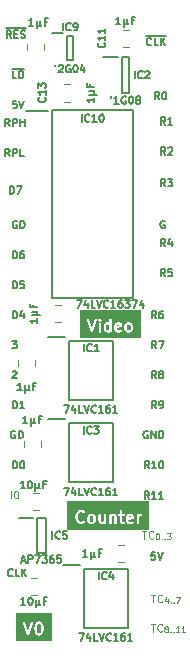
<source format=gbr>
%TF.GenerationSoftware,KiCad,Pcbnew,7.0.5*%
%TF.CreationDate,2024-01-22T19:19:11+02:00*%
%TF.ProjectId,Video Counter 12bit,56696465-6f20-4436-9f75-6e7465722031,rev?*%
%TF.SameCoordinates,Original*%
%TF.FileFunction,Legend,Top*%
%TF.FilePolarity,Positive*%
%FSLAX46Y46*%
G04 Gerber Fmt 4.6, Leading zero omitted, Abs format (unit mm)*
G04 Created by KiCad (PCBNEW 7.0.5) date 2024-01-22 19:19:11*
%MOMM*%
%LPD*%
G01*
G04 APERTURE LIST*
%ADD10C,0.100000*%
%ADD11C,0.150000*%
%ADD12C,0.200000*%
%ADD13C,0.120000*%
G04 APERTURE END LIST*
D10*
X101842637Y-107451163D02*
X102205494Y-107451163D01*
X102024065Y-108086163D02*
X102024065Y-107451163D01*
X102780018Y-108025686D02*
X102749780Y-108055925D01*
X102749780Y-108055925D02*
X102659066Y-108086163D01*
X102659066Y-108086163D02*
X102598590Y-108086163D01*
X102598590Y-108086163D02*
X102507875Y-108055925D01*
X102507875Y-108055925D02*
X102447399Y-107995448D01*
X102447399Y-107995448D02*
X102417161Y-107934972D01*
X102417161Y-107934972D02*
X102386923Y-107814020D01*
X102386923Y-107814020D02*
X102386923Y-107723305D01*
X102386923Y-107723305D02*
X102417161Y-107602353D01*
X102417161Y-107602353D02*
X102447399Y-107541877D01*
X102447399Y-107541877D02*
X102507875Y-107481401D01*
X102507875Y-107481401D02*
X102598590Y-107451163D01*
X102598590Y-107451163D02*
X102659066Y-107451163D01*
X102659066Y-107451163D02*
X102749780Y-107481401D01*
X102749780Y-107481401D02*
X102780018Y-107511639D01*
X103094494Y-107866029D02*
X103046113Y-107841839D01*
X103046113Y-107841839D02*
X103021923Y-107817648D01*
X103021923Y-107817648D02*
X102997732Y-107769267D01*
X102997732Y-107769267D02*
X102997732Y-107745077D01*
X102997732Y-107745077D02*
X103021923Y-107696696D01*
X103021923Y-107696696D02*
X103046113Y-107672505D01*
X103046113Y-107672505D02*
X103094494Y-107648315D01*
X103094494Y-107648315D02*
X103191256Y-107648315D01*
X103191256Y-107648315D02*
X103239637Y-107672505D01*
X103239637Y-107672505D02*
X103263828Y-107696696D01*
X103263828Y-107696696D02*
X103288018Y-107745077D01*
X103288018Y-107745077D02*
X103288018Y-107769267D01*
X103288018Y-107769267D02*
X103263828Y-107817648D01*
X103263828Y-107817648D02*
X103239637Y-107841839D01*
X103239637Y-107841839D02*
X103191256Y-107866029D01*
X103191256Y-107866029D02*
X103094494Y-107866029D01*
X103094494Y-107866029D02*
X103046113Y-107890220D01*
X103046113Y-107890220D02*
X103021923Y-107914410D01*
X103021923Y-107914410D02*
X102997732Y-107962791D01*
X102997732Y-107962791D02*
X102997732Y-108059553D01*
X102997732Y-108059553D02*
X103021923Y-108107934D01*
X103021923Y-108107934D02*
X103046113Y-108132125D01*
X103046113Y-108132125D02*
X103094494Y-108156315D01*
X103094494Y-108156315D02*
X103191256Y-108156315D01*
X103191256Y-108156315D02*
X103239637Y-108132125D01*
X103239637Y-108132125D02*
X103263828Y-108107934D01*
X103263828Y-108107934D02*
X103288018Y-108059553D01*
X103288018Y-108059553D02*
X103288018Y-107962791D01*
X103288018Y-107962791D02*
X103263828Y-107914410D01*
X103263828Y-107914410D02*
X103239637Y-107890220D01*
X103239637Y-107890220D02*
X103191256Y-107866029D01*
X103505733Y-108107934D02*
X103529923Y-108132125D01*
X103529923Y-108132125D02*
X103505733Y-108156315D01*
X103505733Y-108156315D02*
X103481542Y-108132125D01*
X103481542Y-108132125D02*
X103505733Y-108107934D01*
X103505733Y-108107934D02*
X103505733Y-108156315D01*
X103747638Y-108107934D02*
X103771828Y-108132125D01*
X103771828Y-108132125D02*
X103747638Y-108156315D01*
X103747638Y-108156315D02*
X103723447Y-108132125D01*
X103723447Y-108132125D02*
X103747638Y-108107934D01*
X103747638Y-108107934D02*
X103747638Y-108156315D01*
X104255638Y-108156315D02*
X103965352Y-108156315D01*
X104110495Y-108156315D02*
X104110495Y-107648315D01*
X104110495Y-107648315D02*
X104062114Y-107720886D01*
X104062114Y-107720886D02*
X104013733Y-107769267D01*
X104013733Y-107769267D02*
X103965352Y-107793458D01*
X104739448Y-108156315D02*
X104449162Y-108156315D01*
X104594305Y-108156315D02*
X104594305Y-107648315D01*
X104594305Y-107648315D02*
X104545924Y-107720886D01*
X104545924Y-107720886D02*
X104497543Y-107769267D01*
X104497543Y-107769267D02*
X104449162Y-107793458D01*
X101869247Y-104961963D02*
X102232104Y-104961963D01*
X102050675Y-105596963D02*
X102050675Y-104961963D01*
X102806628Y-105536486D02*
X102776390Y-105566725D01*
X102776390Y-105566725D02*
X102685676Y-105596963D01*
X102685676Y-105596963D02*
X102625200Y-105596963D01*
X102625200Y-105596963D02*
X102534485Y-105566725D01*
X102534485Y-105566725D02*
X102474009Y-105506248D01*
X102474009Y-105506248D02*
X102443771Y-105445772D01*
X102443771Y-105445772D02*
X102413533Y-105324820D01*
X102413533Y-105324820D02*
X102413533Y-105234105D01*
X102413533Y-105234105D02*
X102443771Y-105113153D01*
X102443771Y-105113153D02*
X102474009Y-105052677D01*
X102474009Y-105052677D02*
X102534485Y-104992201D01*
X102534485Y-104992201D02*
X102625200Y-104961963D01*
X102625200Y-104961963D02*
X102685676Y-104961963D01*
X102685676Y-104961963D02*
X102776390Y-104992201D01*
X102776390Y-104992201D02*
X102806628Y-105022439D01*
X103266247Y-105328448D02*
X103266247Y-105667115D01*
X103145295Y-105134925D02*
X103024342Y-105497782D01*
X103024342Y-105497782D02*
X103338819Y-105497782D01*
X103532343Y-105618734D02*
X103556533Y-105642925D01*
X103556533Y-105642925D02*
X103532343Y-105667115D01*
X103532343Y-105667115D02*
X103508152Y-105642925D01*
X103508152Y-105642925D02*
X103532343Y-105618734D01*
X103532343Y-105618734D02*
X103532343Y-105667115D01*
X103774248Y-105618734D02*
X103798438Y-105642925D01*
X103798438Y-105642925D02*
X103774248Y-105667115D01*
X103774248Y-105667115D02*
X103750057Y-105642925D01*
X103750057Y-105642925D02*
X103774248Y-105618734D01*
X103774248Y-105618734D02*
X103774248Y-105667115D01*
X103967772Y-105159115D02*
X104306439Y-105159115D01*
X104306439Y-105159115D02*
X104088724Y-105667115D01*
X101107247Y-99577163D02*
X101470104Y-99577163D01*
X101288675Y-100212163D02*
X101288675Y-99577163D01*
X102044628Y-100151686D02*
X102014390Y-100181925D01*
X102014390Y-100181925D02*
X101923676Y-100212163D01*
X101923676Y-100212163D02*
X101863200Y-100212163D01*
X101863200Y-100212163D02*
X101772485Y-100181925D01*
X101772485Y-100181925D02*
X101712009Y-100121448D01*
X101712009Y-100121448D02*
X101681771Y-100060972D01*
X101681771Y-100060972D02*
X101651533Y-99940020D01*
X101651533Y-99940020D02*
X101651533Y-99849305D01*
X101651533Y-99849305D02*
X101681771Y-99728353D01*
X101681771Y-99728353D02*
X101712009Y-99667877D01*
X101712009Y-99667877D02*
X101772485Y-99607401D01*
X101772485Y-99607401D02*
X101863200Y-99577163D01*
X101863200Y-99577163D02*
X101923676Y-99577163D01*
X101923676Y-99577163D02*
X102014390Y-99607401D01*
X102014390Y-99607401D02*
X102044628Y-99637639D01*
X102383295Y-99774315D02*
X102431676Y-99774315D01*
X102431676Y-99774315D02*
X102480057Y-99798505D01*
X102480057Y-99798505D02*
X102504247Y-99822696D01*
X102504247Y-99822696D02*
X102528438Y-99871077D01*
X102528438Y-99871077D02*
X102552628Y-99967839D01*
X102552628Y-99967839D02*
X102552628Y-100088791D01*
X102552628Y-100088791D02*
X102528438Y-100185553D01*
X102528438Y-100185553D02*
X102504247Y-100233934D01*
X102504247Y-100233934D02*
X102480057Y-100258125D01*
X102480057Y-100258125D02*
X102431676Y-100282315D01*
X102431676Y-100282315D02*
X102383295Y-100282315D01*
X102383295Y-100282315D02*
X102334914Y-100258125D01*
X102334914Y-100258125D02*
X102310723Y-100233934D01*
X102310723Y-100233934D02*
X102286533Y-100185553D01*
X102286533Y-100185553D02*
X102262342Y-100088791D01*
X102262342Y-100088791D02*
X102262342Y-99967839D01*
X102262342Y-99967839D02*
X102286533Y-99871077D01*
X102286533Y-99871077D02*
X102310723Y-99822696D01*
X102310723Y-99822696D02*
X102334914Y-99798505D01*
X102334914Y-99798505D02*
X102383295Y-99774315D01*
X102770343Y-100233934D02*
X102794533Y-100258125D01*
X102794533Y-100258125D02*
X102770343Y-100282315D01*
X102770343Y-100282315D02*
X102746152Y-100258125D01*
X102746152Y-100258125D02*
X102770343Y-100233934D01*
X102770343Y-100233934D02*
X102770343Y-100282315D01*
X103012248Y-100233934D02*
X103036438Y-100258125D01*
X103036438Y-100258125D02*
X103012248Y-100282315D01*
X103012248Y-100282315D02*
X102988057Y-100258125D01*
X102988057Y-100258125D02*
X103012248Y-100233934D01*
X103012248Y-100233934D02*
X103012248Y-100282315D01*
X103205772Y-99774315D02*
X103520248Y-99774315D01*
X103520248Y-99774315D02*
X103350915Y-99967839D01*
X103350915Y-99967839D02*
X103423486Y-99967839D01*
X103423486Y-99967839D02*
X103471867Y-99992029D01*
X103471867Y-99992029D02*
X103496058Y-100016220D01*
X103496058Y-100016220D02*
X103520248Y-100064601D01*
X103520248Y-100064601D02*
X103520248Y-100185553D01*
X103520248Y-100185553D02*
X103496058Y-100233934D01*
X103496058Y-100233934D02*
X103471867Y-100258125D01*
X103471867Y-100258125D02*
X103423486Y-100282315D01*
X103423486Y-100282315D02*
X103278343Y-100282315D01*
X103278343Y-100282315D02*
X103229962Y-100258125D01*
X103229962Y-100258125D02*
X103205772Y-100233934D01*
X89980579Y-96808563D02*
X89980579Y-96173563D01*
X90403912Y-96173563D02*
X90464389Y-96173563D01*
X90464389Y-96173563D02*
X90524865Y-96203801D01*
X90524865Y-96203801D02*
X90555103Y-96234039D01*
X90555103Y-96234039D02*
X90585341Y-96294515D01*
X90585341Y-96294515D02*
X90615579Y-96415467D01*
X90615579Y-96415467D02*
X90615579Y-96566658D01*
X90615579Y-96566658D02*
X90585341Y-96687610D01*
X90585341Y-96687610D02*
X90555103Y-96748086D01*
X90555103Y-96748086D02*
X90524865Y-96778325D01*
X90524865Y-96778325D02*
X90464389Y-96808563D01*
X90464389Y-96808563D02*
X90403912Y-96808563D01*
X90403912Y-96808563D02*
X90343436Y-96778325D01*
X90343436Y-96778325D02*
X90313198Y-96748086D01*
X90313198Y-96748086D02*
X90282960Y-96687610D01*
X90282960Y-96687610D02*
X90252722Y-96566658D01*
X90252722Y-96566658D02*
X90252722Y-96415467D01*
X90252722Y-96415467D02*
X90282960Y-96294515D01*
X90282960Y-96294515D02*
X90313198Y-96234039D01*
X90313198Y-96234039D02*
X90343436Y-96203801D01*
X90343436Y-96203801D02*
X90403912Y-96173563D01*
D11*
X103061601Y-65182963D02*
X102849934Y-64880582D01*
X102698744Y-65182963D02*
X102698744Y-64547963D01*
X102698744Y-64547963D02*
X102940649Y-64547963D01*
X102940649Y-64547963D02*
X103001125Y-64578201D01*
X103001125Y-64578201D02*
X103031363Y-64608439D01*
X103031363Y-64608439D02*
X103061601Y-64668915D01*
X103061601Y-64668915D02*
X103061601Y-64759629D01*
X103061601Y-64759629D02*
X103031363Y-64820105D01*
X103031363Y-64820105D02*
X103001125Y-64850344D01*
X103001125Y-64850344D02*
X102940649Y-64880582D01*
X102940649Y-64880582D02*
X102698744Y-64880582D01*
X103666363Y-65182963D02*
X103303506Y-65182963D01*
X103484934Y-65182963D02*
X103484934Y-64547963D01*
X103484934Y-64547963D02*
X103424458Y-64638677D01*
X103424458Y-64638677D02*
X103363982Y-64699153D01*
X103363982Y-64699153D02*
X103303506Y-64729391D01*
X102553601Y-63023963D02*
X102341934Y-62721582D01*
X102190744Y-63023963D02*
X102190744Y-62388963D01*
X102190744Y-62388963D02*
X102432649Y-62388963D01*
X102432649Y-62388963D02*
X102493125Y-62419201D01*
X102493125Y-62419201D02*
X102523363Y-62449439D01*
X102523363Y-62449439D02*
X102553601Y-62509915D01*
X102553601Y-62509915D02*
X102553601Y-62600629D01*
X102553601Y-62600629D02*
X102523363Y-62661105D01*
X102523363Y-62661105D02*
X102493125Y-62691344D01*
X102493125Y-62691344D02*
X102432649Y-62721582D01*
X102432649Y-62721582D02*
X102190744Y-62721582D01*
X102946696Y-62388963D02*
X103007173Y-62388963D01*
X103007173Y-62388963D02*
X103067649Y-62419201D01*
X103067649Y-62419201D02*
X103097887Y-62449439D01*
X103097887Y-62449439D02*
X103128125Y-62509915D01*
X103128125Y-62509915D02*
X103158363Y-62630867D01*
X103158363Y-62630867D02*
X103158363Y-62782058D01*
X103158363Y-62782058D02*
X103128125Y-62903010D01*
X103128125Y-62903010D02*
X103097887Y-62963486D01*
X103097887Y-62963486D02*
X103067649Y-62993725D01*
X103067649Y-62993725D02*
X103007173Y-63023963D01*
X103007173Y-63023963D02*
X102946696Y-63023963D01*
X102946696Y-63023963D02*
X102886220Y-62993725D01*
X102886220Y-62993725D02*
X102855982Y-62963486D01*
X102855982Y-62963486D02*
X102825744Y-62903010D01*
X102825744Y-62903010D02*
X102795506Y-62782058D01*
X102795506Y-62782058D02*
X102795506Y-62630867D01*
X102795506Y-62630867D02*
X102825744Y-62509915D01*
X102825744Y-62509915D02*
X102855982Y-62449439D01*
X102855982Y-62449439D02*
X102886220Y-62419201D01*
X102886220Y-62419201D02*
X102946696Y-62388963D01*
X102202839Y-101377963D02*
X101900458Y-101377963D01*
X101900458Y-101377963D02*
X101870220Y-101680344D01*
X101870220Y-101680344D02*
X101900458Y-101650105D01*
X101900458Y-101650105D02*
X101960934Y-101619867D01*
X101960934Y-101619867D02*
X102112125Y-101619867D01*
X102112125Y-101619867D02*
X102172601Y-101650105D01*
X102172601Y-101650105D02*
X102202839Y-101680344D01*
X102202839Y-101680344D02*
X102233077Y-101740820D01*
X102233077Y-101740820D02*
X102233077Y-101892010D01*
X102233077Y-101892010D02*
X102202839Y-101952486D01*
X102202839Y-101952486D02*
X102172601Y-101982725D01*
X102172601Y-101982725D02*
X102112125Y-102012963D01*
X102112125Y-102012963D02*
X101960934Y-102012963D01*
X101960934Y-102012963D02*
X101900458Y-101982725D01*
X101900458Y-101982725D02*
X101870220Y-101952486D01*
X102414506Y-101377963D02*
X102626172Y-102012963D01*
X102626172Y-102012963D02*
X102837839Y-101377963D01*
X90165874Y-79025963D02*
X90165874Y-78390963D01*
X90165874Y-78390963D02*
X90317064Y-78390963D01*
X90317064Y-78390963D02*
X90407779Y-78421201D01*
X90407779Y-78421201D02*
X90468255Y-78481677D01*
X90468255Y-78481677D02*
X90498493Y-78542153D01*
X90498493Y-78542153D02*
X90528731Y-78663105D01*
X90528731Y-78663105D02*
X90528731Y-78753820D01*
X90528731Y-78753820D02*
X90498493Y-78874772D01*
X90498493Y-78874772D02*
X90468255Y-78935248D01*
X90468255Y-78935248D02*
X90407779Y-78995725D01*
X90407779Y-78995725D02*
X90317064Y-79025963D01*
X90317064Y-79025963D02*
X90165874Y-79025963D01*
X91103255Y-78390963D02*
X90800874Y-78390963D01*
X90800874Y-78390963D02*
X90770636Y-78693344D01*
X90770636Y-78693344D02*
X90800874Y-78663105D01*
X90800874Y-78663105D02*
X90861350Y-78632867D01*
X90861350Y-78632867D02*
X91012541Y-78632867D01*
X91012541Y-78632867D02*
X91073017Y-78663105D01*
X91073017Y-78663105D02*
X91103255Y-78693344D01*
X91103255Y-78693344D02*
X91133493Y-78753820D01*
X91133493Y-78753820D02*
X91133493Y-78905010D01*
X91133493Y-78905010D02*
X91103255Y-78965486D01*
X91103255Y-78965486D02*
X91073017Y-78995725D01*
X91073017Y-78995725D02*
X91012541Y-79025963D01*
X91012541Y-79025963D02*
X90861350Y-79025963D01*
X90861350Y-79025963D02*
X90800874Y-78995725D01*
X90800874Y-78995725D02*
X90770636Y-78965486D01*
X101882315Y-58391486D02*
X101852077Y-58421725D01*
X101852077Y-58421725D02*
X101761363Y-58451963D01*
X101761363Y-58451963D02*
X101700887Y-58451963D01*
X101700887Y-58451963D02*
X101610172Y-58421725D01*
X101610172Y-58421725D02*
X101549696Y-58361248D01*
X101549696Y-58361248D02*
X101519458Y-58300772D01*
X101519458Y-58300772D02*
X101489220Y-58179820D01*
X101489220Y-58179820D02*
X101489220Y-58089105D01*
X101489220Y-58089105D02*
X101519458Y-57968153D01*
X101519458Y-57968153D02*
X101549696Y-57907677D01*
X101549696Y-57907677D02*
X101610172Y-57847201D01*
X101610172Y-57847201D02*
X101700887Y-57816963D01*
X101700887Y-57816963D02*
X101761363Y-57816963D01*
X101761363Y-57816963D02*
X101852077Y-57847201D01*
X101852077Y-57847201D02*
X101882315Y-57877439D01*
X102456839Y-58451963D02*
X102154458Y-58451963D01*
X102154458Y-58451963D02*
X102154458Y-57816963D01*
X102668506Y-58451963D02*
X102668506Y-57816963D01*
X103031363Y-58451963D02*
X102759220Y-58089105D01*
X103031363Y-57816963D02*
X102668506Y-58179820D01*
X101431768Y-57640675D02*
X103088816Y-57640675D01*
D12*
G36*
X92460192Y-107455023D02*
G01*
X92484862Y-107479693D01*
X92520313Y-107550596D01*
X92562285Y-107718482D01*
X92562285Y-107931953D01*
X92520313Y-108099842D01*
X92484862Y-108170743D01*
X92460191Y-108195414D01*
X92400584Y-108225219D01*
X92352558Y-108225219D01*
X92292951Y-108195415D01*
X92268280Y-108170743D01*
X92232828Y-108099840D01*
X92190857Y-107931955D01*
X92190857Y-107718482D01*
X92232828Y-107550595D01*
X92268280Y-107479692D01*
X92292950Y-107455022D01*
X92352558Y-107425219D01*
X92400584Y-107425219D01*
X92460192Y-107455023D01*
G37*
G36*
X93445619Y-108900857D02*
G01*
X90450381Y-108900857D01*
X90450381Y-107328986D01*
X91034322Y-107328986D01*
X91371220Y-108339679D01*
X91370813Y-108350949D01*
X91380328Y-108367002D01*
X91381488Y-108370482D01*
X91387622Y-108379309D01*
X91400756Y-108401467D01*
X91404232Y-108403209D01*
X91406450Y-108406400D01*
X91430241Y-108416242D01*
X91453258Y-108427776D01*
X91457121Y-108427362D01*
X91460715Y-108428849D01*
X91486045Y-108424266D01*
X91511650Y-108421526D01*
X91514680Y-108419086D01*
X91518502Y-108418395D01*
X91537328Y-108400851D01*
X91557392Y-108384698D01*
X91558621Y-108381009D01*
X91561465Y-108378360D01*
X91567821Y-108353409D01*
X91705613Y-107940033D01*
X91986721Y-107940033D01*
X91990857Y-107956577D01*
X91990857Y-107958645D01*
X91994336Y-107970495D01*
X92037141Y-108141715D01*
X92035902Y-108153200D01*
X92044123Y-108169642D01*
X92044949Y-108172945D01*
X92050534Y-108182465D01*
X92091044Y-108263484D01*
X92094621Y-108279927D01*
X92114104Y-108299410D01*
X92132873Y-108319588D01*
X92134765Y-108320071D01*
X92154137Y-108339444D01*
X92162730Y-108353911D01*
X92187368Y-108366230D01*
X92211559Y-108379440D01*
X92213508Y-108379300D01*
X92279413Y-108412253D01*
X92299589Y-108425219D01*
X92320024Y-108425219D01*
X92340140Y-108428839D01*
X92348868Y-108425219D01*
X92418805Y-108425219D01*
X92442648Y-108427793D01*
X92460924Y-108418654D01*
X92480537Y-108412896D01*
X92486725Y-108405754D01*
X92552933Y-108372650D01*
X92569377Y-108369073D01*
X92588862Y-108349587D01*
X92609036Y-108330822D01*
X92609520Y-108328928D01*
X92628893Y-108309555D01*
X92643358Y-108300964D01*
X92655675Y-108276329D01*
X92668887Y-108252133D01*
X92668747Y-108250185D01*
X92696142Y-108195395D01*
X92704559Y-108187482D01*
X92709018Y-108169643D01*
X92710539Y-108166603D01*
X92712492Y-108155748D01*
X92755308Y-107984485D01*
X92762285Y-107973629D01*
X92762285Y-107956577D01*
X92762787Y-107954570D01*
X92762285Y-107942223D01*
X92762285Y-107722629D01*
X92766421Y-107710404D01*
X92762285Y-107693860D01*
X92762285Y-107691792D01*
X92758805Y-107679941D01*
X92716000Y-107508720D01*
X92717240Y-107497236D01*
X92709018Y-107480792D01*
X92708193Y-107477492D01*
X92702609Y-107467975D01*
X92662096Y-107386949D01*
X92658520Y-107370509D01*
X92639045Y-107351034D01*
X92620269Y-107330848D01*
X92618374Y-107330363D01*
X92599004Y-107310993D01*
X92590412Y-107296527D01*
X92565777Y-107284209D01*
X92541582Y-107270998D01*
X92539632Y-107271137D01*
X92473731Y-107238186D01*
X92453553Y-107225219D01*
X92433117Y-107225219D01*
X92413002Y-107221599D01*
X92404274Y-107225219D01*
X92334336Y-107225219D01*
X92310493Y-107222645D01*
X92292215Y-107231783D01*
X92272605Y-107237542D01*
X92266417Y-107244683D01*
X92200206Y-107277788D01*
X92183766Y-107281365D01*
X92164291Y-107300839D01*
X92144105Y-107319616D01*
X92143620Y-107321510D01*
X92124250Y-107340880D01*
X92109784Y-107349473D01*
X92097466Y-107374107D01*
X92084255Y-107398303D01*
X92084394Y-107400252D01*
X92057000Y-107455040D01*
X92048583Y-107462955D01*
X92044123Y-107480794D01*
X92042603Y-107483835D01*
X92040650Y-107494686D01*
X91997833Y-107665951D01*
X91990857Y-107676808D01*
X91990857Y-107693858D01*
X91990355Y-107695867D01*
X91990857Y-107708213D01*
X91990857Y-107927807D01*
X91986721Y-107940033D01*
X91705613Y-107940033D01*
X91904557Y-107343201D01*
X91906138Y-107299490D01*
X91876195Y-107248972D01*
X91823693Y-107222662D01*
X91765301Y-107228913D01*
X91719559Y-107265740D01*
X91471809Y-108008990D01*
X91228797Y-107279955D01*
X91203835Y-107244038D01*
X91149570Y-107221589D01*
X91091783Y-107232042D01*
X91048819Y-107272078D01*
X91034322Y-107328986D01*
X90450381Y-107328986D01*
X90450381Y-106515143D01*
X93445619Y-106515143D01*
X93445619Y-108900857D01*
G37*
D11*
X103001125Y-73341201D02*
X102940649Y-73310963D01*
X102940649Y-73310963D02*
X102849935Y-73310963D01*
X102849935Y-73310963D02*
X102759220Y-73341201D01*
X102759220Y-73341201D02*
X102698744Y-73401677D01*
X102698744Y-73401677D02*
X102668506Y-73462153D01*
X102668506Y-73462153D02*
X102638268Y-73583105D01*
X102638268Y-73583105D02*
X102638268Y-73673820D01*
X102638268Y-73673820D02*
X102668506Y-73794772D01*
X102668506Y-73794772D02*
X102698744Y-73855248D01*
X102698744Y-73855248D02*
X102759220Y-73915725D01*
X102759220Y-73915725D02*
X102849935Y-73945963D01*
X102849935Y-73945963D02*
X102910411Y-73945963D01*
X102910411Y-73945963D02*
X103001125Y-73915725D01*
X103001125Y-73915725D02*
X103031363Y-73885486D01*
X103031363Y-73885486D02*
X103031363Y-73673820D01*
X103031363Y-73673820D02*
X102910411Y-73673820D01*
X90346093Y-91121201D02*
X90285617Y-91090963D01*
X90285617Y-91090963D02*
X90194903Y-91090963D01*
X90194903Y-91090963D02*
X90104188Y-91121201D01*
X90104188Y-91121201D02*
X90043712Y-91181677D01*
X90043712Y-91181677D02*
X90013474Y-91242153D01*
X90013474Y-91242153D02*
X89983236Y-91363105D01*
X89983236Y-91363105D02*
X89983236Y-91453820D01*
X89983236Y-91453820D02*
X90013474Y-91574772D01*
X90013474Y-91574772D02*
X90043712Y-91635248D01*
X90043712Y-91635248D02*
X90104188Y-91695725D01*
X90104188Y-91695725D02*
X90194903Y-91725963D01*
X90194903Y-91725963D02*
X90255379Y-91725963D01*
X90255379Y-91725963D02*
X90346093Y-91695725D01*
X90346093Y-91695725D02*
X90376331Y-91665486D01*
X90376331Y-91665486D02*
X90376331Y-91453820D01*
X90376331Y-91453820D02*
X90255379Y-91453820D01*
X90648474Y-91725963D02*
X90648474Y-91090963D01*
X90648474Y-91090963D02*
X90799664Y-91090963D01*
X90799664Y-91090963D02*
X90890379Y-91121201D01*
X90890379Y-91121201D02*
X90950855Y-91181677D01*
X90950855Y-91181677D02*
X90981093Y-91242153D01*
X90981093Y-91242153D02*
X91011331Y-91363105D01*
X91011331Y-91363105D02*
X91011331Y-91453820D01*
X91011331Y-91453820D02*
X90981093Y-91574772D01*
X90981093Y-91574772D02*
X90950855Y-91635248D01*
X90950855Y-91635248D02*
X90890379Y-91695725D01*
X90890379Y-91695725D02*
X90799664Y-91725963D01*
X90799664Y-91725963D02*
X90648474Y-91725963D01*
X101694839Y-96856763D02*
X101483172Y-96554382D01*
X101331982Y-96856763D02*
X101331982Y-96221763D01*
X101331982Y-96221763D02*
X101573887Y-96221763D01*
X101573887Y-96221763D02*
X101634363Y-96252001D01*
X101634363Y-96252001D02*
X101664601Y-96282239D01*
X101664601Y-96282239D02*
X101694839Y-96342715D01*
X101694839Y-96342715D02*
X101694839Y-96433429D01*
X101694839Y-96433429D02*
X101664601Y-96493905D01*
X101664601Y-96493905D02*
X101634363Y-96524144D01*
X101634363Y-96524144D02*
X101573887Y-96554382D01*
X101573887Y-96554382D02*
X101331982Y-96554382D01*
X102299601Y-96856763D02*
X101936744Y-96856763D01*
X102118172Y-96856763D02*
X102118172Y-96221763D01*
X102118172Y-96221763D02*
X102057696Y-96312477D01*
X102057696Y-96312477D02*
X101997220Y-96372953D01*
X101997220Y-96372953D02*
X101936744Y-96403191D01*
X102904363Y-96856763D02*
X102541506Y-96856763D01*
X102722934Y-96856763D02*
X102722934Y-96221763D01*
X102722934Y-96221763D02*
X102662458Y-96312477D01*
X102662458Y-96312477D02*
X102601982Y-96372953D01*
X102601982Y-96372953D02*
X102541506Y-96403191D01*
X90147731Y-103349486D02*
X90117493Y-103379725D01*
X90117493Y-103379725D02*
X90026779Y-103409963D01*
X90026779Y-103409963D02*
X89966303Y-103409963D01*
X89966303Y-103409963D02*
X89875588Y-103379725D01*
X89875588Y-103379725D02*
X89815112Y-103319248D01*
X89815112Y-103319248D02*
X89784874Y-103258772D01*
X89784874Y-103258772D02*
X89754636Y-103137820D01*
X89754636Y-103137820D02*
X89754636Y-103047105D01*
X89754636Y-103047105D02*
X89784874Y-102926153D01*
X89784874Y-102926153D02*
X89815112Y-102865677D01*
X89815112Y-102865677D02*
X89875588Y-102805201D01*
X89875588Y-102805201D02*
X89966303Y-102774963D01*
X89966303Y-102774963D02*
X90026779Y-102774963D01*
X90026779Y-102774963D02*
X90117493Y-102805201D01*
X90117493Y-102805201D02*
X90147731Y-102835439D01*
X90722255Y-103409963D02*
X90419874Y-103409963D01*
X90419874Y-103409963D02*
X90419874Y-102774963D01*
X90933922Y-103409963D02*
X90933922Y-102774963D01*
X91296779Y-103409963D02*
X91024636Y-103047105D01*
X91296779Y-102774963D02*
X90933922Y-103137820D01*
X90165874Y-94265963D02*
X90165874Y-93630963D01*
X90165874Y-93630963D02*
X90317064Y-93630963D01*
X90317064Y-93630963D02*
X90407779Y-93661201D01*
X90407779Y-93661201D02*
X90468255Y-93721677D01*
X90468255Y-93721677D02*
X90498493Y-93782153D01*
X90498493Y-93782153D02*
X90528731Y-93903105D01*
X90528731Y-93903105D02*
X90528731Y-93993820D01*
X90528731Y-93993820D02*
X90498493Y-94114772D01*
X90498493Y-94114772D02*
X90468255Y-94175248D01*
X90468255Y-94175248D02*
X90407779Y-94235725D01*
X90407779Y-94235725D02*
X90317064Y-94265963D01*
X90317064Y-94265963D02*
X90165874Y-94265963D01*
X90921826Y-93630963D02*
X90982303Y-93630963D01*
X90982303Y-93630963D02*
X91042779Y-93661201D01*
X91042779Y-93661201D02*
X91073017Y-93691439D01*
X91073017Y-93691439D02*
X91103255Y-93751915D01*
X91103255Y-93751915D02*
X91133493Y-93872867D01*
X91133493Y-93872867D02*
X91133493Y-94024058D01*
X91133493Y-94024058D02*
X91103255Y-94145010D01*
X91103255Y-94145010D02*
X91073017Y-94205486D01*
X91073017Y-94205486D02*
X91042779Y-94235725D01*
X91042779Y-94235725D02*
X90982303Y-94265963D01*
X90982303Y-94265963D02*
X90921826Y-94265963D01*
X90921826Y-94265963D02*
X90861350Y-94235725D01*
X90861350Y-94235725D02*
X90831112Y-94205486D01*
X90831112Y-94205486D02*
X90800874Y-94145010D01*
X90800874Y-94145010D02*
X90770636Y-94024058D01*
X90770636Y-94024058D02*
X90770636Y-93872867D01*
X90770636Y-93872867D02*
X90800874Y-93751915D01*
X90800874Y-93751915D02*
X90831112Y-93691439D01*
X90831112Y-93691439D02*
X90861350Y-93661201D01*
X90861350Y-93661201D02*
X90921826Y-93630963D01*
X90165874Y-81565963D02*
X90165874Y-80930963D01*
X90165874Y-80930963D02*
X90317064Y-80930963D01*
X90317064Y-80930963D02*
X90407779Y-80961201D01*
X90407779Y-80961201D02*
X90468255Y-81021677D01*
X90468255Y-81021677D02*
X90498493Y-81082153D01*
X90498493Y-81082153D02*
X90528731Y-81203105D01*
X90528731Y-81203105D02*
X90528731Y-81293820D01*
X90528731Y-81293820D02*
X90498493Y-81414772D01*
X90498493Y-81414772D02*
X90468255Y-81475248D01*
X90468255Y-81475248D02*
X90407779Y-81535725D01*
X90407779Y-81535725D02*
X90317064Y-81565963D01*
X90317064Y-81565963D02*
X90165874Y-81565963D01*
X91073017Y-81142629D02*
X91073017Y-81565963D01*
X90921826Y-80900725D02*
X90770636Y-81354296D01*
X90770636Y-81354296D02*
X91163731Y-81354296D01*
X90165874Y-76485963D02*
X90165874Y-75850963D01*
X90165874Y-75850963D02*
X90317064Y-75850963D01*
X90317064Y-75850963D02*
X90407779Y-75881201D01*
X90407779Y-75881201D02*
X90468255Y-75941677D01*
X90468255Y-75941677D02*
X90498493Y-76002153D01*
X90498493Y-76002153D02*
X90528731Y-76123105D01*
X90528731Y-76123105D02*
X90528731Y-76213820D01*
X90528731Y-76213820D02*
X90498493Y-76334772D01*
X90498493Y-76334772D02*
X90468255Y-76395248D01*
X90468255Y-76395248D02*
X90407779Y-76455725D01*
X90407779Y-76455725D02*
X90317064Y-76485963D01*
X90317064Y-76485963D02*
X90165874Y-76485963D01*
X91073017Y-75850963D02*
X90952064Y-75850963D01*
X90952064Y-75850963D02*
X90891588Y-75881201D01*
X90891588Y-75881201D02*
X90861350Y-75911439D01*
X90861350Y-75911439D02*
X90800874Y-76002153D01*
X90800874Y-76002153D02*
X90770636Y-76123105D01*
X90770636Y-76123105D02*
X90770636Y-76365010D01*
X90770636Y-76365010D02*
X90800874Y-76425486D01*
X90800874Y-76425486D02*
X90831112Y-76455725D01*
X90831112Y-76455725D02*
X90891588Y-76485963D01*
X90891588Y-76485963D02*
X91012541Y-76485963D01*
X91012541Y-76485963D02*
X91073017Y-76455725D01*
X91073017Y-76455725D02*
X91103255Y-76425486D01*
X91103255Y-76425486D02*
X91133493Y-76365010D01*
X91133493Y-76365010D02*
X91133493Y-76213820D01*
X91133493Y-76213820D02*
X91103255Y-76153344D01*
X91103255Y-76153344D02*
X91073017Y-76123105D01*
X91073017Y-76123105D02*
X91012541Y-76092867D01*
X91012541Y-76092867D02*
X90891588Y-76092867D01*
X90891588Y-76092867D02*
X90831112Y-76123105D01*
X90831112Y-76123105D02*
X90800874Y-76153344D01*
X90800874Y-76153344D02*
X90770636Y-76213820D01*
X90020731Y-57816963D02*
X89809064Y-57514582D01*
X89657874Y-57816963D02*
X89657874Y-57181963D01*
X89657874Y-57181963D02*
X89899779Y-57181963D01*
X89899779Y-57181963D02*
X89960255Y-57212201D01*
X89960255Y-57212201D02*
X89990493Y-57242439D01*
X89990493Y-57242439D02*
X90020731Y-57302915D01*
X90020731Y-57302915D02*
X90020731Y-57393629D01*
X90020731Y-57393629D02*
X89990493Y-57454105D01*
X89990493Y-57454105D02*
X89960255Y-57484344D01*
X89960255Y-57484344D02*
X89899779Y-57514582D01*
X89899779Y-57514582D02*
X89657874Y-57514582D01*
X90292874Y-57484344D02*
X90504541Y-57484344D01*
X90595255Y-57816963D02*
X90292874Y-57816963D01*
X90292874Y-57816963D02*
X90292874Y-57181963D01*
X90292874Y-57181963D02*
X90595255Y-57181963D01*
X90837160Y-57786725D02*
X90927874Y-57816963D01*
X90927874Y-57816963D02*
X91079065Y-57816963D01*
X91079065Y-57816963D02*
X91139541Y-57786725D01*
X91139541Y-57786725D02*
X91169779Y-57756486D01*
X91169779Y-57756486D02*
X91200017Y-57696010D01*
X91200017Y-57696010D02*
X91200017Y-57635534D01*
X91200017Y-57635534D02*
X91169779Y-57575058D01*
X91169779Y-57575058D02*
X91139541Y-57544820D01*
X91139541Y-57544820D02*
X91079065Y-57514582D01*
X91079065Y-57514582D02*
X90958112Y-57484344D01*
X90958112Y-57484344D02*
X90897636Y-57454105D01*
X90897636Y-57454105D02*
X90867398Y-57423867D01*
X90867398Y-57423867D02*
X90837160Y-57363391D01*
X90837160Y-57363391D02*
X90837160Y-57302915D01*
X90837160Y-57302915D02*
X90867398Y-57242439D01*
X90867398Y-57242439D02*
X90897636Y-57212201D01*
X90897636Y-57212201D02*
X90958112Y-57181963D01*
X90958112Y-57181963D02*
X91109303Y-57181963D01*
X91109303Y-57181963D02*
X91200017Y-57212201D01*
X89570184Y-57005675D02*
X91257470Y-57005675D01*
X89911874Y-71024963D02*
X89911874Y-70389963D01*
X89911874Y-70389963D02*
X90063064Y-70389963D01*
X90063064Y-70389963D02*
X90153779Y-70420201D01*
X90153779Y-70420201D02*
X90214255Y-70480677D01*
X90214255Y-70480677D02*
X90244493Y-70541153D01*
X90244493Y-70541153D02*
X90274731Y-70662105D01*
X90274731Y-70662105D02*
X90274731Y-70752820D01*
X90274731Y-70752820D02*
X90244493Y-70873772D01*
X90244493Y-70873772D02*
X90214255Y-70934248D01*
X90214255Y-70934248D02*
X90153779Y-70994725D01*
X90153779Y-70994725D02*
X90063064Y-71024963D01*
X90063064Y-71024963D02*
X89911874Y-71024963D01*
X90486398Y-70389963D02*
X90909731Y-70389963D01*
X90909731Y-70389963D02*
X90637588Y-71024963D01*
X102299601Y-81565963D02*
X102087934Y-81263582D01*
X101936744Y-81565963D02*
X101936744Y-80930963D01*
X101936744Y-80930963D02*
X102178649Y-80930963D01*
X102178649Y-80930963D02*
X102239125Y-80961201D01*
X102239125Y-80961201D02*
X102269363Y-80991439D01*
X102269363Y-80991439D02*
X102299601Y-81051915D01*
X102299601Y-81051915D02*
X102299601Y-81142629D01*
X102299601Y-81142629D02*
X102269363Y-81203105D01*
X102269363Y-81203105D02*
X102239125Y-81233344D01*
X102239125Y-81233344D02*
X102178649Y-81263582D01*
X102178649Y-81263582D02*
X101936744Y-81263582D01*
X102843887Y-80930963D02*
X102722934Y-80930963D01*
X102722934Y-80930963D02*
X102662458Y-80961201D01*
X102662458Y-80961201D02*
X102632220Y-80991439D01*
X102632220Y-80991439D02*
X102571744Y-81082153D01*
X102571744Y-81082153D02*
X102541506Y-81203105D01*
X102541506Y-81203105D02*
X102541506Y-81445010D01*
X102541506Y-81445010D02*
X102571744Y-81505486D01*
X102571744Y-81505486D02*
X102601982Y-81535725D01*
X102601982Y-81535725D02*
X102662458Y-81565963D01*
X102662458Y-81565963D02*
X102783411Y-81565963D01*
X102783411Y-81565963D02*
X102843887Y-81535725D01*
X102843887Y-81535725D02*
X102874125Y-81505486D01*
X102874125Y-81505486D02*
X102904363Y-81445010D01*
X102904363Y-81445010D02*
X102904363Y-81293820D01*
X102904363Y-81293820D02*
X102874125Y-81233344D01*
X102874125Y-81233344D02*
X102843887Y-81203105D01*
X102843887Y-81203105D02*
X102783411Y-81172867D01*
X102783411Y-81172867D02*
X102662458Y-81172867D01*
X102662458Y-81172867D02*
X102601982Y-81203105D01*
X102601982Y-81203105D02*
X102571744Y-81233344D01*
X102571744Y-81233344D02*
X102541506Y-81293820D01*
X90165874Y-89185963D02*
X90165874Y-88550963D01*
X90165874Y-88550963D02*
X90317064Y-88550963D01*
X90317064Y-88550963D02*
X90407779Y-88581201D01*
X90407779Y-88581201D02*
X90468255Y-88641677D01*
X90468255Y-88641677D02*
X90498493Y-88702153D01*
X90498493Y-88702153D02*
X90528731Y-88823105D01*
X90528731Y-88823105D02*
X90528731Y-88913820D01*
X90528731Y-88913820D02*
X90498493Y-89034772D01*
X90498493Y-89034772D02*
X90468255Y-89095248D01*
X90468255Y-89095248D02*
X90407779Y-89155725D01*
X90407779Y-89155725D02*
X90317064Y-89185963D01*
X90317064Y-89185963D02*
X90165874Y-89185963D01*
X91133493Y-89185963D02*
X90770636Y-89185963D01*
X90952064Y-89185963D02*
X90952064Y-88550963D01*
X90952064Y-88550963D02*
X90891588Y-88641677D01*
X90891588Y-88641677D02*
X90831112Y-88702153D01*
X90831112Y-88702153D02*
X90770636Y-88732391D01*
X89893731Y-65309963D02*
X89682064Y-65007582D01*
X89530874Y-65309963D02*
X89530874Y-64674963D01*
X89530874Y-64674963D02*
X89772779Y-64674963D01*
X89772779Y-64674963D02*
X89833255Y-64705201D01*
X89833255Y-64705201D02*
X89863493Y-64735439D01*
X89863493Y-64735439D02*
X89893731Y-64795915D01*
X89893731Y-64795915D02*
X89893731Y-64886629D01*
X89893731Y-64886629D02*
X89863493Y-64947105D01*
X89863493Y-64947105D02*
X89833255Y-64977344D01*
X89833255Y-64977344D02*
X89772779Y-65007582D01*
X89772779Y-65007582D02*
X89530874Y-65007582D01*
X90165874Y-65309963D02*
X90165874Y-64674963D01*
X90165874Y-64674963D02*
X90407779Y-64674963D01*
X90407779Y-64674963D02*
X90468255Y-64705201D01*
X90468255Y-64705201D02*
X90498493Y-64735439D01*
X90498493Y-64735439D02*
X90528731Y-64795915D01*
X90528731Y-64795915D02*
X90528731Y-64886629D01*
X90528731Y-64886629D02*
X90498493Y-64947105D01*
X90498493Y-64947105D02*
X90468255Y-64977344D01*
X90468255Y-64977344D02*
X90407779Y-65007582D01*
X90407779Y-65007582D02*
X90165874Y-65007582D01*
X90800874Y-65309963D02*
X90800874Y-64674963D01*
X90800874Y-64977344D02*
X91163731Y-64977344D01*
X91163731Y-65309963D02*
X91163731Y-64674963D01*
X103061601Y-78009963D02*
X102849934Y-77707582D01*
X102698744Y-78009963D02*
X102698744Y-77374963D01*
X102698744Y-77374963D02*
X102940649Y-77374963D01*
X102940649Y-77374963D02*
X103001125Y-77405201D01*
X103001125Y-77405201D02*
X103031363Y-77435439D01*
X103031363Y-77435439D02*
X103061601Y-77495915D01*
X103061601Y-77495915D02*
X103061601Y-77586629D01*
X103061601Y-77586629D02*
X103031363Y-77647105D01*
X103031363Y-77647105D02*
X103001125Y-77677344D01*
X103001125Y-77677344D02*
X102940649Y-77707582D01*
X102940649Y-77707582D02*
X102698744Y-77707582D01*
X103636125Y-77374963D02*
X103333744Y-77374963D01*
X103333744Y-77374963D02*
X103303506Y-77677344D01*
X103303506Y-77677344D02*
X103333744Y-77647105D01*
X103333744Y-77647105D02*
X103394220Y-77616867D01*
X103394220Y-77616867D02*
X103545411Y-77616867D01*
X103545411Y-77616867D02*
X103605887Y-77647105D01*
X103605887Y-77647105D02*
X103636125Y-77677344D01*
X103636125Y-77677344D02*
X103666363Y-77737820D01*
X103666363Y-77737820D02*
X103666363Y-77889010D01*
X103666363Y-77889010D02*
X103636125Y-77949486D01*
X103636125Y-77949486D02*
X103605887Y-77979725D01*
X103605887Y-77979725D02*
X103545411Y-78009963D01*
X103545411Y-78009963D02*
X103394220Y-78009963D01*
X103394220Y-78009963D02*
X103333744Y-77979725D01*
X103333744Y-77979725D02*
X103303506Y-77949486D01*
X90468255Y-61245963D02*
X90165874Y-61245963D01*
X90165874Y-61245963D02*
X90165874Y-60610963D01*
X90679922Y-61245963D02*
X90679922Y-60610963D01*
X90679922Y-60610963D02*
X90831112Y-60610963D01*
X90831112Y-60610963D02*
X90921827Y-60641201D01*
X90921827Y-60641201D02*
X90982303Y-60701677D01*
X90982303Y-60701677D02*
X91012541Y-60762153D01*
X91012541Y-60762153D02*
X91042779Y-60883105D01*
X91042779Y-60883105D02*
X91042779Y-60973820D01*
X91042779Y-60973820D02*
X91012541Y-61094772D01*
X91012541Y-61094772D02*
X90982303Y-61155248D01*
X90982303Y-61155248D02*
X90921827Y-61215725D01*
X90921827Y-61215725D02*
X90831112Y-61245963D01*
X90831112Y-61245963D02*
X90679922Y-61245963D01*
X90078184Y-60434675D02*
X91100232Y-60434675D01*
X102299601Y-86645963D02*
X102087934Y-86343582D01*
X101936744Y-86645963D02*
X101936744Y-86010963D01*
X101936744Y-86010963D02*
X102178649Y-86010963D01*
X102178649Y-86010963D02*
X102239125Y-86041201D01*
X102239125Y-86041201D02*
X102269363Y-86071439D01*
X102269363Y-86071439D02*
X102299601Y-86131915D01*
X102299601Y-86131915D02*
X102299601Y-86222629D01*
X102299601Y-86222629D02*
X102269363Y-86283105D01*
X102269363Y-86283105D02*
X102239125Y-86313344D01*
X102239125Y-86313344D02*
X102178649Y-86343582D01*
X102178649Y-86343582D02*
X101936744Y-86343582D01*
X102662458Y-86283105D02*
X102601982Y-86252867D01*
X102601982Y-86252867D02*
X102571744Y-86222629D01*
X102571744Y-86222629D02*
X102541506Y-86162153D01*
X102541506Y-86162153D02*
X102541506Y-86131915D01*
X102541506Y-86131915D02*
X102571744Y-86071439D01*
X102571744Y-86071439D02*
X102601982Y-86041201D01*
X102601982Y-86041201D02*
X102662458Y-86010963D01*
X102662458Y-86010963D02*
X102783411Y-86010963D01*
X102783411Y-86010963D02*
X102843887Y-86041201D01*
X102843887Y-86041201D02*
X102874125Y-86071439D01*
X102874125Y-86071439D02*
X102904363Y-86131915D01*
X102904363Y-86131915D02*
X102904363Y-86162153D01*
X102904363Y-86162153D02*
X102874125Y-86222629D01*
X102874125Y-86222629D02*
X102843887Y-86252867D01*
X102843887Y-86252867D02*
X102783411Y-86283105D01*
X102783411Y-86283105D02*
X102662458Y-86283105D01*
X102662458Y-86283105D02*
X102601982Y-86313344D01*
X102601982Y-86313344D02*
X102571744Y-86343582D01*
X102571744Y-86343582D02*
X102541506Y-86404058D01*
X102541506Y-86404058D02*
X102541506Y-86525010D01*
X102541506Y-86525010D02*
X102571744Y-86585486D01*
X102571744Y-86585486D02*
X102601982Y-86615725D01*
X102601982Y-86615725D02*
X102662458Y-86645963D01*
X102662458Y-86645963D02*
X102783411Y-86645963D01*
X102783411Y-86645963D02*
X102843887Y-86615725D01*
X102843887Y-86615725D02*
X102874125Y-86585486D01*
X102874125Y-86585486D02*
X102904363Y-86525010D01*
X102904363Y-86525010D02*
X102904363Y-86404058D01*
X102904363Y-86404058D02*
X102874125Y-86343582D01*
X102874125Y-86343582D02*
X102843887Y-86313344D01*
X102843887Y-86313344D02*
X102783411Y-86283105D01*
X103061601Y-67722963D02*
X102849934Y-67420582D01*
X102698744Y-67722963D02*
X102698744Y-67087963D01*
X102698744Y-67087963D02*
X102940649Y-67087963D01*
X102940649Y-67087963D02*
X103001125Y-67118201D01*
X103001125Y-67118201D02*
X103031363Y-67148439D01*
X103031363Y-67148439D02*
X103061601Y-67208915D01*
X103061601Y-67208915D02*
X103061601Y-67299629D01*
X103061601Y-67299629D02*
X103031363Y-67360105D01*
X103031363Y-67360105D02*
X103001125Y-67390344D01*
X103001125Y-67390344D02*
X102940649Y-67420582D01*
X102940649Y-67420582D02*
X102698744Y-67420582D01*
X103303506Y-67148439D02*
X103333744Y-67118201D01*
X103333744Y-67118201D02*
X103394220Y-67087963D01*
X103394220Y-67087963D02*
X103545411Y-67087963D01*
X103545411Y-67087963D02*
X103605887Y-67118201D01*
X103605887Y-67118201D02*
X103636125Y-67148439D01*
X103636125Y-67148439D02*
X103666363Y-67208915D01*
X103666363Y-67208915D02*
X103666363Y-67269391D01*
X103666363Y-67269391D02*
X103636125Y-67360105D01*
X103636125Y-67360105D02*
X103273268Y-67722963D01*
X103273268Y-67722963D02*
X103666363Y-67722963D01*
D12*
G36*
X96926058Y-98339556D02*
G01*
X96950728Y-98364226D01*
X96980532Y-98423834D01*
X96980532Y-98662336D01*
X96950728Y-98721943D01*
X96926057Y-98746614D01*
X96866450Y-98776419D01*
X96770805Y-98776419D01*
X96711198Y-98746615D01*
X96686527Y-98721943D01*
X96656723Y-98662335D01*
X96656723Y-98423834D01*
X96686527Y-98364225D01*
X96711197Y-98339556D01*
X96770805Y-98309752D01*
X96866450Y-98309752D01*
X96926058Y-98339556D01*
G37*
G36*
X100196473Y-98331906D02*
G01*
X100213924Y-98366807D01*
X99942438Y-98421104D01*
X99942438Y-98376215D01*
X99964592Y-98331906D01*
X100008901Y-98309752D01*
X100152165Y-98309752D01*
X100196473Y-98331906D01*
G37*
G36*
X101721010Y-99452057D02*
G01*
X94773390Y-99452057D01*
X94773390Y-98443614D01*
X95452587Y-98443614D01*
X95456723Y-98460158D01*
X95456723Y-98462226D01*
X95460202Y-98474076D01*
X95503007Y-98645296D01*
X95501768Y-98656781D01*
X95509989Y-98673223D01*
X95510815Y-98676526D01*
X95516400Y-98686046D01*
X95556910Y-98767065D01*
X95560487Y-98783508D01*
X95579969Y-98802990D01*
X95598739Y-98823169D01*
X95600631Y-98823652D01*
X95672676Y-98895698D01*
X95687720Y-98914383D01*
X95707105Y-98920844D01*
X95725045Y-98930641D01*
X95734471Y-98929966D01*
X95846537Y-98967321D01*
X95860693Y-98976419D01*
X95888248Y-98976419D01*
X95915785Y-98977415D01*
X95917465Y-98976419D01*
X95972754Y-98976419D01*
X95989061Y-98980573D01*
X96015200Y-98971859D01*
X96041641Y-98964096D01*
X96042920Y-98962619D01*
X96154659Y-98925372D01*
X96178100Y-98920273D01*
X96192552Y-98905820D01*
X96209332Y-98894159D01*
X96212943Y-98885428D01*
X96256649Y-98841722D01*
X96277610Y-98803333D01*
X96273420Y-98744757D01*
X96238227Y-98697746D01*
X96183204Y-98677223D01*
X96125821Y-98689707D01*
X96074132Y-98741396D01*
X95969067Y-98776419D01*
X95906283Y-98776419D01*
X95801217Y-98741397D01*
X95734146Y-98674324D01*
X95698694Y-98603421D01*
X95656723Y-98435536D01*
X95656723Y-98411416D01*
X96453103Y-98411416D01*
X96456723Y-98420144D01*
X96456723Y-98680556D01*
X96454149Y-98704400D01*
X96463287Y-98722676D01*
X96469046Y-98742289D01*
X96476187Y-98748477D01*
X96509291Y-98814684D01*
X96512868Y-98831127D01*
X96532351Y-98850610D01*
X96551120Y-98870788D01*
X96553012Y-98871271D01*
X96572384Y-98890644D01*
X96580977Y-98905111D01*
X96605615Y-98917430D01*
X96629806Y-98930640D01*
X96631755Y-98930500D01*
X96697660Y-98963453D01*
X96717836Y-98976419D01*
X96738271Y-98976419D01*
X96758387Y-98980039D01*
X96767115Y-98976419D01*
X96884671Y-98976419D01*
X96908514Y-98978993D01*
X96926790Y-98969854D01*
X96946403Y-98964096D01*
X96952591Y-98956954D01*
X97018799Y-98923850D01*
X97035243Y-98920273D01*
X97054728Y-98900787D01*
X97074902Y-98882022D01*
X97075386Y-98880128D01*
X97094759Y-98860755D01*
X97109224Y-98852164D01*
X97121541Y-98827529D01*
X97134753Y-98803333D01*
X97134613Y-98801385D01*
X97159296Y-98752019D01*
X97406530Y-98752019D01*
X97415668Y-98770296D01*
X97421427Y-98789908D01*
X97428567Y-98796095D01*
X97455887Y-98850735D01*
X97455750Y-98854620D01*
X97468894Y-98876750D01*
X97473710Y-98886382D01*
X97476213Y-98889073D01*
X97485739Y-98905111D01*
X97495821Y-98910152D01*
X97503501Y-98918408D01*
X97521577Y-98923030D01*
X97602422Y-98963453D01*
X97622598Y-98976419D01*
X97643033Y-98976419D01*
X97663149Y-98980039D01*
X97671877Y-98976419D01*
X97789433Y-98976419D01*
X97813276Y-98978993D01*
X97831552Y-98969854D01*
X97851165Y-98964096D01*
X97857353Y-98956954D01*
X97870390Y-98950435D01*
X97894380Y-98971223D01*
X97952507Y-98979580D01*
X98005926Y-98955185D01*
X98037675Y-98905782D01*
X98037675Y-98806702D01*
X98039515Y-98803333D01*
X98037674Y-98777609D01*
X98037675Y-98282836D01*
X98312026Y-98282836D01*
X98313866Y-98308565D01*
X98313866Y-98890798D01*
X98326189Y-98932766D01*
X98370571Y-98971223D01*
X98428698Y-98979580D01*
X98482117Y-98955185D01*
X98513866Y-98905782D01*
X98513865Y-98346411D01*
X98520720Y-98339556D01*
X98580329Y-98309752D01*
X98675974Y-98309752D01*
X98720282Y-98331906D01*
X98742437Y-98376214D01*
X98742437Y-98890798D01*
X98754760Y-98932766D01*
X98799142Y-98971223D01*
X98857269Y-98979580D01*
X98910688Y-98955185D01*
X98942437Y-98905782D01*
X98942437Y-98357993D01*
X98945011Y-98334150D01*
X98935872Y-98315872D01*
X98930114Y-98296262D01*
X98922972Y-98290074D01*
X98895653Y-98235436D01*
X98895791Y-98231551D01*
X98891653Y-98224584D01*
X99072610Y-98224584D01*
X99097005Y-98278003D01*
X99146408Y-98309752D01*
X99218628Y-98309752D01*
X99218628Y-98728175D01*
X99216054Y-98752019D01*
X99225192Y-98770296D01*
X99230951Y-98789908D01*
X99238091Y-98796095D01*
X99265411Y-98850735D01*
X99265274Y-98854620D01*
X99278418Y-98876750D01*
X99283234Y-98886382D01*
X99285737Y-98889073D01*
X99295263Y-98905111D01*
X99305345Y-98910152D01*
X99313025Y-98918408D01*
X99331101Y-98923030D01*
X99411946Y-98963453D01*
X99432122Y-98976419D01*
X99452557Y-98976419D01*
X99472673Y-98980039D01*
X99481401Y-98976419D01*
X99571102Y-98976419D01*
X99613070Y-98964096D01*
X99651527Y-98919714D01*
X99659884Y-98861587D01*
X99635489Y-98808168D01*
X99586086Y-98776419D01*
X99485091Y-98776419D01*
X99440782Y-98754264D01*
X99418628Y-98709955D01*
X99418628Y-98363797D01*
X99738818Y-98363797D01*
X99742438Y-98372525D01*
X99742438Y-98516663D01*
X99740984Y-98519223D01*
X99742438Y-98545825D01*
X99742438Y-98728175D01*
X99739864Y-98752019D01*
X99749002Y-98770296D01*
X99754761Y-98789908D01*
X99761901Y-98796095D01*
X99789221Y-98850735D01*
X99789084Y-98854620D01*
X99802228Y-98876750D01*
X99807044Y-98886382D01*
X99809547Y-98889073D01*
X99819073Y-98905111D01*
X99829155Y-98910152D01*
X99836835Y-98918408D01*
X99854911Y-98923030D01*
X99935756Y-98963453D01*
X99955932Y-98976419D01*
X99976367Y-98976419D01*
X99996483Y-98980039D01*
X100005211Y-98976419D01*
X100170386Y-98976419D01*
X100194229Y-98978993D01*
X100212505Y-98969854D01*
X100232118Y-98964096D01*
X100238306Y-98956954D01*
X100328591Y-98911812D01*
X100360617Y-98882022D01*
X100375166Y-98825127D01*
X100356646Y-98769399D01*
X100310936Y-98732529D01*
X100252550Y-98726226D01*
X100152165Y-98776419D01*
X100008901Y-98776419D01*
X99964592Y-98754264D01*
X99942438Y-98709955D01*
X99942438Y-98625065D01*
X100321396Y-98549273D01*
X100333460Y-98551008D01*
X100349617Y-98543629D01*
X100352339Y-98543085D01*
X100362649Y-98537677D01*
X100386879Y-98526613D01*
X100388470Y-98524137D01*
X100391075Y-98522771D01*
X100404225Y-98499621D01*
X100418628Y-98477210D01*
X100418628Y-98474266D01*
X100420081Y-98471709D01*
X100418628Y-98445125D01*
X100418628Y-98411416D01*
X100643580Y-98411416D01*
X100647200Y-98420144D01*
X100647200Y-98890798D01*
X100659523Y-98932766D01*
X100703905Y-98971223D01*
X100762032Y-98979580D01*
X100815451Y-98955185D01*
X100847200Y-98905782D01*
X100847199Y-98423834D01*
X100877004Y-98364225D01*
X100901674Y-98339556D01*
X100961282Y-98309752D01*
X101047293Y-98309752D01*
X101089261Y-98297429D01*
X101127718Y-98253047D01*
X101136075Y-98194920D01*
X101111680Y-98141501D01*
X101062277Y-98109752D01*
X100943060Y-98109752D01*
X100919217Y-98107178D01*
X100900939Y-98116316D01*
X100881329Y-98122075D01*
X100875141Y-98129216D01*
X100831908Y-98150832D01*
X100790495Y-98114948D01*
X100732368Y-98106591D01*
X100678949Y-98130986D01*
X100647200Y-98180389D01*
X100647200Y-98391300D01*
X100643580Y-98411416D01*
X100418628Y-98411416D01*
X100418628Y-98357993D01*
X100421202Y-98334150D01*
X100412063Y-98315872D01*
X100406305Y-98296262D01*
X100399163Y-98290074D01*
X100371844Y-98235436D01*
X100371982Y-98231551D01*
X100358832Y-98209411D01*
X100354021Y-98199789D01*
X100351520Y-98197100D01*
X100341993Y-98181060D01*
X100331911Y-98176019D01*
X100324231Y-98167762D01*
X100306150Y-98163138D01*
X100225312Y-98122719D01*
X100205134Y-98109752D01*
X100184698Y-98109752D01*
X100164583Y-98106132D01*
X100155855Y-98109752D01*
X99990679Y-98109752D01*
X99966836Y-98107178D01*
X99948558Y-98116316D01*
X99928948Y-98122075D01*
X99922760Y-98129216D01*
X99868122Y-98156535D01*
X99864237Y-98156398D01*
X99842097Y-98169547D01*
X99832475Y-98174359D01*
X99829786Y-98176859D01*
X99813746Y-98186387D01*
X99808705Y-98196468D01*
X99800448Y-98204149D01*
X99795824Y-98222229D01*
X99755405Y-98303067D01*
X99742438Y-98323246D01*
X99742438Y-98343681D01*
X99738818Y-98363797D01*
X99418628Y-98363797D01*
X99418628Y-98309752D01*
X99571102Y-98309752D01*
X99613070Y-98297429D01*
X99651527Y-98253047D01*
X99659884Y-98194920D01*
X99635489Y-98141501D01*
X99586086Y-98109752D01*
X99418628Y-98109752D01*
X99418628Y-97862040D01*
X99406305Y-97820072D01*
X99361923Y-97781615D01*
X99303796Y-97773258D01*
X99250377Y-97797653D01*
X99218628Y-97847056D01*
X99218628Y-98109752D01*
X99161392Y-98109752D01*
X99119424Y-98122075D01*
X99080967Y-98166457D01*
X99072610Y-98224584D01*
X98891653Y-98224584D01*
X98882641Y-98209411D01*
X98877830Y-98199789D01*
X98875329Y-98197100D01*
X98865802Y-98181060D01*
X98855720Y-98176019D01*
X98848040Y-98167762D01*
X98829959Y-98163138D01*
X98749121Y-98122719D01*
X98728943Y-98109752D01*
X98708507Y-98109752D01*
X98688392Y-98106132D01*
X98679664Y-98109752D01*
X98562107Y-98109752D01*
X98538264Y-98107178D01*
X98519986Y-98116316D01*
X98500376Y-98122075D01*
X98494188Y-98129216D01*
X98481150Y-98135734D01*
X98457161Y-98114948D01*
X98399034Y-98106591D01*
X98345615Y-98130986D01*
X98313866Y-98180389D01*
X98313865Y-98279466D01*
X98312026Y-98282836D01*
X98037675Y-98282836D01*
X98037675Y-98195373D01*
X98025352Y-98153405D01*
X97980970Y-98114948D01*
X97922843Y-98106591D01*
X97869424Y-98130986D01*
X97837675Y-98180389D01*
X97837675Y-98739759D01*
X97830819Y-98746614D01*
X97771212Y-98776419D01*
X97675567Y-98776419D01*
X97631258Y-98754264D01*
X97609104Y-98709955D01*
X97609104Y-98195373D01*
X97596781Y-98153405D01*
X97552399Y-98114948D01*
X97494272Y-98106591D01*
X97440853Y-98130986D01*
X97409104Y-98180389D01*
X97409104Y-98728175D01*
X97406530Y-98752019D01*
X97159296Y-98752019D01*
X97167566Y-98735480D01*
X97180532Y-98715305D01*
X97180532Y-98694869D01*
X97184152Y-98674754D01*
X97180532Y-98666025D01*
X97180532Y-98405612D01*
X97183106Y-98381769D01*
X97173967Y-98363491D01*
X97168209Y-98343881D01*
X97161067Y-98337693D01*
X97127962Y-98271482D01*
X97124386Y-98255042D01*
X97104911Y-98235567D01*
X97086135Y-98215381D01*
X97084240Y-98214896D01*
X97064870Y-98195526D01*
X97056278Y-98181060D01*
X97031643Y-98168742D01*
X97007448Y-98155531D01*
X97005498Y-98155670D01*
X96939597Y-98122719D01*
X96919419Y-98109752D01*
X96898983Y-98109752D01*
X96878868Y-98106132D01*
X96870140Y-98109752D01*
X96752583Y-98109752D01*
X96728740Y-98107178D01*
X96710462Y-98116316D01*
X96690852Y-98122075D01*
X96684664Y-98129216D01*
X96618453Y-98162321D01*
X96602013Y-98165898D01*
X96582538Y-98185372D01*
X96562352Y-98204149D01*
X96561867Y-98206043D01*
X96542497Y-98225413D01*
X96528031Y-98234006D01*
X96515713Y-98258640D01*
X96502502Y-98282836D01*
X96502641Y-98284785D01*
X96469690Y-98350686D01*
X96456723Y-98370865D01*
X96456723Y-98391300D01*
X96453103Y-98411416D01*
X95656723Y-98411416D01*
X95656723Y-98317302D01*
X95698694Y-98149414D01*
X95734146Y-98078511D01*
X95801216Y-98011441D01*
X95906282Y-97976419D01*
X95969066Y-97976419D01*
X96074133Y-98011441D01*
X96115227Y-98052535D01*
X96153616Y-98073497D01*
X96212192Y-98069307D01*
X96259203Y-98034115D01*
X96279726Y-97979092D01*
X96267243Y-97921709D01*
X96202667Y-97857133D01*
X96187629Y-97838455D01*
X96168243Y-97831993D01*
X96150305Y-97822198D01*
X96140880Y-97822872D01*
X96028812Y-97785516D01*
X96014657Y-97776419D01*
X95987102Y-97776419D01*
X95959564Y-97775423D01*
X95957884Y-97776419D01*
X95902594Y-97776419D01*
X95886289Y-97772265D01*
X95860148Y-97780978D01*
X95833709Y-97788742D01*
X95832429Y-97790218D01*
X95720691Y-97827464D01*
X95697251Y-97832564D01*
X95682798Y-97847016D01*
X95666018Y-97858679D01*
X95662406Y-97867408D01*
X95590115Y-97939700D01*
X95575650Y-97948292D01*
X95563332Y-97972926D01*
X95550121Y-97997122D01*
X95550260Y-97999071D01*
X95522866Y-98053859D01*
X95514449Y-98061774D01*
X95509989Y-98079613D01*
X95508469Y-98082654D01*
X95506516Y-98093505D01*
X95463699Y-98264770D01*
X95456723Y-98275627D01*
X95456723Y-98292678D01*
X95456221Y-98294686D01*
X95456723Y-98307032D01*
X95456723Y-98431388D01*
X95452587Y-98443614D01*
X94773390Y-98443614D01*
X94773390Y-97066343D01*
X101721010Y-97066343D01*
X101721010Y-99452057D01*
G37*
D11*
X102299601Y-89185963D02*
X102087934Y-88883582D01*
X101936744Y-89185963D02*
X101936744Y-88550963D01*
X101936744Y-88550963D02*
X102178649Y-88550963D01*
X102178649Y-88550963D02*
X102239125Y-88581201D01*
X102239125Y-88581201D02*
X102269363Y-88611439D01*
X102269363Y-88611439D02*
X102299601Y-88671915D01*
X102299601Y-88671915D02*
X102299601Y-88762629D01*
X102299601Y-88762629D02*
X102269363Y-88823105D01*
X102269363Y-88823105D02*
X102239125Y-88853344D01*
X102239125Y-88853344D02*
X102178649Y-88883582D01*
X102178649Y-88883582D02*
X101936744Y-88883582D01*
X102601982Y-89185963D02*
X102722934Y-89185963D01*
X102722934Y-89185963D02*
X102783411Y-89155725D01*
X102783411Y-89155725D02*
X102813649Y-89125486D01*
X102813649Y-89125486D02*
X102874125Y-89034772D01*
X102874125Y-89034772D02*
X102904363Y-88913820D01*
X102904363Y-88913820D02*
X102904363Y-88671915D01*
X102904363Y-88671915D02*
X102874125Y-88611439D01*
X102874125Y-88611439D02*
X102843887Y-88581201D01*
X102843887Y-88581201D02*
X102783411Y-88550963D01*
X102783411Y-88550963D02*
X102662458Y-88550963D01*
X102662458Y-88550963D02*
X102601982Y-88581201D01*
X102601982Y-88581201D02*
X102571744Y-88611439D01*
X102571744Y-88611439D02*
X102541506Y-88671915D01*
X102541506Y-88671915D02*
X102541506Y-88823105D01*
X102541506Y-88823105D02*
X102571744Y-88883582D01*
X102571744Y-88883582D02*
X102601982Y-88913820D01*
X102601982Y-88913820D02*
X102662458Y-88944058D01*
X102662458Y-88944058D02*
X102783411Y-88944058D01*
X102783411Y-88944058D02*
X102843887Y-88913820D01*
X102843887Y-88913820D02*
X102874125Y-88883582D01*
X102874125Y-88883582D02*
X102904363Y-88823105D01*
X101694839Y-94265963D02*
X101483172Y-93963582D01*
X101331982Y-94265963D02*
X101331982Y-93630963D01*
X101331982Y-93630963D02*
X101573887Y-93630963D01*
X101573887Y-93630963D02*
X101634363Y-93661201D01*
X101634363Y-93661201D02*
X101664601Y-93691439D01*
X101664601Y-93691439D02*
X101694839Y-93751915D01*
X101694839Y-93751915D02*
X101694839Y-93842629D01*
X101694839Y-93842629D02*
X101664601Y-93903105D01*
X101664601Y-93903105D02*
X101634363Y-93933344D01*
X101634363Y-93933344D02*
X101573887Y-93963582D01*
X101573887Y-93963582D02*
X101331982Y-93963582D01*
X102299601Y-94265963D02*
X101936744Y-94265963D01*
X102118172Y-94265963D02*
X102118172Y-93630963D01*
X102118172Y-93630963D02*
X102057696Y-93721677D01*
X102057696Y-93721677D02*
X101997220Y-93782153D01*
X101997220Y-93782153D02*
X101936744Y-93812391D01*
X102692696Y-93630963D02*
X102753173Y-93630963D01*
X102753173Y-93630963D02*
X102813649Y-93661201D01*
X102813649Y-93661201D02*
X102843887Y-93691439D01*
X102843887Y-93691439D02*
X102874125Y-93751915D01*
X102874125Y-93751915D02*
X102904363Y-93872867D01*
X102904363Y-93872867D02*
X102904363Y-94024058D01*
X102904363Y-94024058D02*
X102874125Y-94145010D01*
X102874125Y-94145010D02*
X102843887Y-94205486D01*
X102843887Y-94205486D02*
X102813649Y-94235725D01*
X102813649Y-94235725D02*
X102753173Y-94265963D01*
X102753173Y-94265963D02*
X102692696Y-94265963D01*
X102692696Y-94265963D02*
X102632220Y-94235725D01*
X102632220Y-94235725D02*
X102601982Y-94205486D01*
X102601982Y-94205486D02*
X102571744Y-94145010D01*
X102571744Y-94145010D02*
X102541506Y-94024058D01*
X102541506Y-94024058D02*
X102541506Y-93872867D01*
X102541506Y-93872867D02*
X102571744Y-93751915D01*
X102571744Y-93751915D02*
X102601982Y-93691439D01*
X102601982Y-93691439D02*
X102632220Y-93661201D01*
X102632220Y-93661201D02*
X102692696Y-93630963D01*
X102299601Y-84105963D02*
X102087934Y-83803582D01*
X101936744Y-84105963D02*
X101936744Y-83470963D01*
X101936744Y-83470963D02*
X102178649Y-83470963D01*
X102178649Y-83470963D02*
X102239125Y-83501201D01*
X102239125Y-83501201D02*
X102269363Y-83531439D01*
X102269363Y-83531439D02*
X102299601Y-83591915D01*
X102299601Y-83591915D02*
X102299601Y-83682629D01*
X102299601Y-83682629D02*
X102269363Y-83743105D01*
X102269363Y-83743105D02*
X102239125Y-83773344D01*
X102239125Y-83773344D02*
X102178649Y-83803582D01*
X102178649Y-83803582D02*
X101936744Y-83803582D01*
X102511268Y-83470963D02*
X102934601Y-83470963D01*
X102934601Y-83470963D02*
X102662458Y-84105963D01*
X90105398Y-83470963D02*
X90498493Y-83470963D01*
X90498493Y-83470963D02*
X90286826Y-83712867D01*
X90286826Y-83712867D02*
X90377541Y-83712867D01*
X90377541Y-83712867D02*
X90438017Y-83743105D01*
X90438017Y-83743105D02*
X90468255Y-83773344D01*
X90468255Y-83773344D02*
X90498493Y-83833820D01*
X90498493Y-83833820D02*
X90498493Y-83985010D01*
X90498493Y-83985010D02*
X90468255Y-84045486D01*
X90468255Y-84045486D02*
X90438017Y-84075725D01*
X90438017Y-84075725D02*
X90377541Y-84105963D01*
X90377541Y-84105963D02*
X90196112Y-84105963D01*
X90196112Y-84105963D02*
X90135636Y-84075725D01*
X90135636Y-84075725D02*
X90105398Y-84045486D01*
X103061601Y-70389963D02*
X102849934Y-70087582D01*
X102698744Y-70389963D02*
X102698744Y-69754963D01*
X102698744Y-69754963D02*
X102940649Y-69754963D01*
X102940649Y-69754963D02*
X103001125Y-69785201D01*
X103001125Y-69785201D02*
X103031363Y-69815439D01*
X103031363Y-69815439D02*
X103061601Y-69875915D01*
X103061601Y-69875915D02*
X103061601Y-69966629D01*
X103061601Y-69966629D02*
X103031363Y-70027105D01*
X103031363Y-70027105D02*
X103001125Y-70057344D01*
X103001125Y-70057344D02*
X102940649Y-70087582D01*
X102940649Y-70087582D02*
X102698744Y-70087582D01*
X103273268Y-69754963D02*
X103666363Y-69754963D01*
X103666363Y-69754963D02*
X103454696Y-69996867D01*
X103454696Y-69996867D02*
X103545411Y-69996867D01*
X103545411Y-69996867D02*
X103605887Y-70027105D01*
X103605887Y-70027105D02*
X103636125Y-70057344D01*
X103636125Y-70057344D02*
X103666363Y-70117820D01*
X103666363Y-70117820D02*
X103666363Y-70269010D01*
X103666363Y-70269010D02*
X103636125Y-70329486D01*
X103636125Y-70329486D02*
X103605887Y-70359725D01*
X103605887Y-70359725D02*
X103545411Y-70389963D01*
X103545411Y-70389963D02*
X103363982Y-70389963D01*
X103363982Y-70389963D02*
X103303506Y-70359725D01*
X103303506Y-70359725D02*
X103273268Y-70329486D01*
X103061601Y-75469963D02*
X102849934Y-75167582D01*
X102698744Y-75469963D02*
X102698744Y-74834963D01*
X102698744Y-74834963D02*
X102940649Y-74834963D01*
X102940649Y-74834963D02*
X103001125Y-74865201D01*
X103001125Y-74865201D02*
X103031363Y-74895439D01*
X103031363Y-74895439D02*
X103061601Y-74955915D01*
X103061601Y-74955915D02*
X103061601Y-75046629D01*
X103061601Y-75046629D02*
X103031363Y-75107105D01*
X103031363Y-75107105D02*
X103001125Y-75137344D01*
X103001125Y-75137344D02*
X102940649Y-75167582D01*
X102940649Y-75167582D02*
X102698744Y-75167582D01*
X103605887Y-75046629D02*
X103605887Y-75469963D01*
X103454696Y-74804725D02*
X103303506Y-75258296D01*
X103303506Y-75258296D02*
X103696601Y-75258296D01*
X89893731Y-67849963D02*
X89682064Y-67547582D01*
X89530874Y-67849963D02*
X89530874Y-67214963D01*
X89530874Y-67214963D02*
X89772779Y-67214963D01*
X89772779Y-67214963D02*
X89833255Y-67245201D01*
X89833255Y-67245201D02*
X89863493Y-67275439D01*
X89863493Y-67275439D02*
X89893731Y-67335915D01*
X89893731Y-67335915D02*
X89893731Y-67426629D01*
X89893731Y-67426629D02*
X89863493Y-67487105D01*
X89863493Y-67487105D02*
X89833255Y-67517344D01*
X89833255Y-67517344D02*
X89772779Y-67547582D01*
X89772779Y-67547582D02*
X89530874Y-67547582D01*
X90165874Y-67849963D02*
X90165874Y-67214963D01*
X90165874Y-67214963D02*
X90407779Y-67214963D01*
X90407779Y-67214963D02*
X90468255Y-67245201D01*
X90468255Y-67245201D02*
X90498493Y-67275439D01*
X90498493Y-67275439D02*
X90528731Y-67335915D01*
X90528731Y-67335915D02*
X90528731Y-67426629D01*
X90528731Y-67426629D02*
X90498493Y-67487105D01*
X90498493Y-67487105D02*
X90468255Y-67517344D01*
X90468255Y-67517344D02*
X90407779Y-67547582D01*
X90407779Y-67547582D02*
X90165874Y-67547582D01*
X91103255Y-67849963D02*
X90800874Y-67849963D01*
X90800874Y-67849963D02*
X90800874Y-67214963D01*
D12*
G36*
X98324999Y-82113974D02*
G01*
X98324999Y-82561796D01*
X98306155Y-82571219D01*
X98162891Y-82571219D01*
X98103284Y-82541415D01*
X98078613Y-82516743D01*
X98048809Y-82457135D01*
X98048809Y-82218634D01*
X98078613Y-82159025D01*
X98103283Y-82134356D01*
X98162891Y-82104552D01*
X98306155Y-82104552D01*
X98324999Y-82113974D01*
G37*
G36*
X99207606Y-82126706D02*
G01*
X99225057Y-82161607D01*
X98953571Y-82215904D01*
X98953571Y-82171015D01*
X98975725Y-82126706D01*
X99020034Y-82104552D01*
X99163298Y-82104552D01*
X99207606Y-82126706D01*
G37*
G36*
X100080049Y-82134356D02*
G01*
X100104719Y-82159026D01*
X100134523Y-82218634D01*
X100134523Y-82457136D01*
X100104719Y-82516743D01*
X100080048Y-82541414D01*
X100020441Y-82571219D01*
X99924796Y-82571219D01*
X99865189Y-82541415D01*
X99840518Y-82516743D01*
X99810714Y-82457135D01*
X99810714Y-82218634D01*
X99840518Y-82159025D01*
X99865188Y-82134356D01*
X99924796Y-82104552D01*
X100020441Y-82104552D01*
X100080049Y-82134356D01*
G37*
G36*
X101017857Y-83246857D02*
G01*
X95832143Y-83246857D01*
X95832143Y-81674986D01*
X96416084Y-81674986D01*
X96752982Y-82685679D01*
X96752575Y-82696949D01*
X96762090Y-82713002D01*
X96763250Y-82716482D01*
X96769384Y-82725309D01*
X96782518Y-82747467D01*
X96785994Y-82749209D01*
X96788212Y-82752400D01*
X96812003Y-82762242D01*
X96835020Y-82773776D01*
X96838883Y-82773362D01*
X96842477Y-82774849D01*
X96867807Y-82770266D01*
X96893412Y-82767526D01*
X96896442Y-82765086D01*
X96900264Y-82764395D01*
X96919090Y-82746851D01*
X96939154Y-82730698D01*
X96940383Y-82727009D01*
X96943227Y-82724360D01*
X96949583Y-82699409D01*
X96954187Y-82685598D01*
X97420238Y-82685598D01*
X97432561Y-82727566D01*
X97476943Y-82766023D01*
X97535070Y-82774380D01*
X97588489Y-82749985D01*
X97620238Y-82700582D01*
X97620238Y-82206216D01*
X97845189Y-82206216D01*
X97848809Y-82214944D01*
X97848808Y-82475356D01*
X97846235Y-82499200D01*
X97855373Y-82517476D01*
X97861132Y-82537089D01*
X97868273Y-82543277D01*
X97901377Y-82609484D01*
X97904954Y-82625927D01*
X97924437Y-82645410D01*
X97943206Y-82665588D01*
X97945098Y-82666071D01*
X97964470Y-82685444D01*
X97973063Y-82699911D01*
X97997701Y-82712230D01*
X98021892Y-82725440D01*
X98023841Y-82725300D01*
X98089746Y-82758253D01*
X98109922Y-82771219D01*
X98130357Y-82771219D01*
X98150473Y-82774839D01*
X98159201Y-82771219D01*
X98324376Y-82771219D01*
X98348219Y-82773793D01*
X98366495Y-82764654D01*
X98376675Y-82761665D01*
X98381704Y-82766023D01*
X98439831Y-82774380D01*
X98493250Y-82749985D01*
X98524999Y-82700582D01*
X98524999Y-82636183D01*
X98529156Y-82619927D01*
X98524999Y-82607418D01*
X98524999Y-82158597D01*
X98749951Y-82158597D01*
X98753571Y-82167325D01*
X98753570Y-82311463D01*
X98752117Y-82314023D01*
X98753571Y-82340625D01*
X98753571Y-82522975D01*
X98750997Y-82546819D01*
X98760135Y-82565096D01*
X98765894Y-82584708D01*
X98773034Y-82590895D01*
X98800354Y-82645535D01*
X98800217Y-82649420D01*
X98813361Y-82671550D01*
X98818177Y-82681182D01*
X98820680Y-82683873D01*
X98830206Y-82699911D01*
X98840288Y-82704952D01*
X98847968Y-82713208D01*
X98866044Y-82717830D01*
X98946889Y-82758253D01*
X98967065Y-82771219D01*
X98987500Y-82771219D01*
X99007616Y-82774839D01*
X99016344Y-82771219D01*
X99181519Y-82771219D01*
X99205362Y-82773793D01*
X99223638Y-82764654D01*
X99243251Y-82758896D01*
X99249439Y-82751754D01*
X99339724Y-82706612D01*
X99371750Y-82676822D01*
X99386299Y-82619927D01*
X99367779Y-82564199D01*
X99322069Y-82527329D01*
X99263683Y-82521026D01*
X99163298Y-82571219D01*
X99020034Y-82571219D01*
X98975725Y-82549064D01*
X98953571Y-82504755D01*
X98953571Y-82419865D01*
X99332529Y-82344073D01*
X99344593Y-82345808D01*
X99360750Y-82338429D01*
X99363472Y-82337885D01*
X99373782Y-82332477D01*
X99398012Y-82321413D01*
X99399603Y-82318937D01*
X99402208Y-82317571D01*
X99415358Y-82294421D01*
X99429761Y-82272010D01*
X99429761Y-82269066D01*
X99431214Y-82266509D01*
X99429760Y-82239925D01*
X99429760Y-82206216D01*
X99607094Y-82206216D01*
X99610714Y-82214944D01*
X99610714Y-82475356D01*
X99608140Y-82499200D01*
X99617278Y-82517476D01*
X99623037Y-82537089D01*
X99630178Y-82543277D01*
X99663282Y-82609484D01*
X99666859Y-82625927D01*
X99686342Y-82645410D01*
X99705111Y-82665588D01*
X99707003Y-82666071D01*
X99726375Y-82685444D01*
X99734968Y-82699911D01*
X99759606Y-82712230D01*
X99783797Y-82725440D01*
X99785746Y-82725300D01*
X99851651Y-82758253D01*
X99871827Y-82771219D01*
X99892262Y-82771219D01*
X99912378Y-82774839D01*
X99921106Y-82771219D01*
X100038662Y-82771219D01*
X100062505Y-82773793D01*
X100080781Y-82764654D01*
X100100394Y-82758896D01*
X100106582Y-82751754D01*
X100172790Y-82718650D01*
X100189234Y-82715073D01*
X100208719Y-82695587D01*
X100228893Y-82676822D01*
X100229377Y-82674928D01*
X100248750Y-82655555D01*
X100263215Y-82646964D01*
X100275532Y-82622329D01*
X100288744Y-82598133D01*
X100288604Y-82596185D01*
X100321557Y-82530280D01*
X100334523Y-82510105D01*
X100334523Y-82489669D01*
X100338143Y-82469554D01*
X100334523Y-82460825D01*
X100334523Y-82200412D01*
X100337097Y-82176569D01*
X100327958Y-82158291D01*
X100322200Y-82138681D01*
X100315058Y-82132493D01*
X100281953Y-82066282D01*
X100278377Y-82049842D01*
X100258902Y-82030367D01*
X100240126Y-82010181D01*
X100238231Y-82009696D01*
X100218861Y-81990326D01*
X100210269Y-81975860D01*
X100185634Y-81963542D01*
X100161439Y-81950331D01*
X100159489Y-81950470D01*
X100093588Y-81917519D01*
X100073410Y-81904552D01*
X100052974Y-81904552D01*
X100032859Y-81900932D01*
X100024131Y-81904552D01*
X99906574Y-81904552D01*
X99882731Y-81901978D01*
X99864453Y-81911116D01*
X99844843Y-81916875D01*
X99838655Y-81924016D01*
X99772444Y-81957121D01*
X99756004Y-81960698D01*
X99736529Y-81980172D01*
X99716343Y-81998949D01*
X99715858Y-82000843D01*
X99696488Y-82020213D01*
X99682022Y-82028806D01*
X99669704Y-82053440D01*
X99656493Y-82077636D01*
X99656632Y-82079585D01*
X99623681Y-82145486D01*
X99610714Y-82165665D01*
X99610714Y-82186100D01*
X99607094Y-82206216D01*
X99429760Y-82206216D01*
X99429761Y-82152793D01*
X99432335Y-82128950D01*
X99423196Y-82110672D01*
X99417438Y-82091062D01*
X99410296Y-82084874D01*
X99382977Y-82030236D01*
X99383115Y-82026351D01*
X99369965Y-82004211D01*
X99365154Y-81994589D01*
X99362653Y-81991900D01*
X99353126Y-81975860D01*
X99343044Y-81970819D01*
X99335364Y-81962562D01*
X99317283Y-81957938D01*
X99236445Y-81917519D01*
X99216267Y-81904552D01*
X99195831Y-81904552D01*
X99175716Y-81900932D01*
X99166988Y-81904552D01*
X99001812Y-81904552D01*
X98977969Y-81901978D01*
X98959691Y-81911116D01*
X98940081Y-81916875D01*
X98933893Y-81924016D01*
X98879255Y-81951335D01*
X98875370Y-81951198D01*
X98853230Y-81964347D01*
X98843608Y-81969159D01*
X98840919Y-81971659D01*
X98824879Y-81981187D01*
X98819838Y-81991268D01*
X98811581Y-81998949D01*
X98806957Y-82017029D01*
X98766538Y-82097867D01*
X98753571Y-82118046D01*
X98753571Y-82138481D01*
X98749951Y-82158597D01*
X98524999Y-82158597D01*
X98524999Y-82053937D01*
X98525972Y-82026351D01*
X98524999Y-82024712D01*
X98524999Y-81656840D01*
X98512676Y-81614872D01*
X98468294Y-81576415D01*
X98410167Y-81568058D01*
X98356748Y-81592453D01*
X98324999Y-81641856D01*
X98324999Y-81902088D01*
X98318573Y-81900932D01*
X98309845Y-81904552D01*
X98144669Y-81904552D01*
X98120826Y-81901978D01*
X98102548Y-81911116D01*
X98082938Y-81916875D01*
X98076750Y-81924016D01*
X98010539Y-81957121D01*
X97994099Y-81960698D01*
X97974624Y-81980172D01*
X97954438Y-81998949D01*
X97953953Y-82000843D01*
X97934583Y-82020213D01*
X97920117Y-82028806D01*
X97907799Y-82053440D01*
X97894588Y-82077636D01*
X97894727Y-82079585D01*
X97861776Y-82145486D01*
X97848809Y-82165665D01*
X97848809Y-82186100D01*
X97845189Y-82206216D01*
X97620238Y-82206216D01*
X97620238Y-81990173D01*
X97607915Y-81948205D01*
X97563533Y-81909748D01*
X97505406Y-81901391D01*
X97451987Y-81925786D01*
X97420238Y-81975189D01*
X97420238Y-82685598D01*
X96954187Y-82685598D01*
X97278918Y-81711403D01*
X97368662Y-81711403D01*
X97373383Y-81733106D01*
X97374968Y-81755260D01*
X97379528Y-81761352D01*
X97381146Y-81768786D01*
X97396847Y-81784487D01*
X97410161Y-81802272D01*
X97417291Y-81804931D01*
X97431478Y-81819118D01*
X97432561Y-81822804D01*
X97446626Y-81834991D01*
X97457780Y-81849891D01*
X97468387Y-81853847D01*
X97476943Y-81861261D01*
X97488149Y-81862872D01*
X97498084Y-81868297D01*
X97505672Y-81867754D01*
X97512803Y-81870414D01*
X97523865Y-81868007D01*
X97535070Y-81869618D01*
X97545369Y-81864914D01*
X97556660Y-81864107D01*
X97562750Y-81859547D01*
X97570186Y-81857930D01*
X97578189Y-81849926D01*
X97588489Y-81845223D01*
X97594610Y-81835697D01*
X97603671Y-81828915D01*
X97606330Y-81821785D01*
X97633510Y-81794605D01*
X97651290Y-81781296D01*
X97659050Y-81760489D01*
X97669697Y-81740992D01*
X97669154Y-81733401D01*
X97671813Y-81726273D01*
X97667091Y-81704569D01*
X97665507Y-81682416D01*
X97660947Y-81676325D01*
X97659330Y-81668890D01*
X97643624Y-81653184D01*
X97630315Y-81635405D01*
X97623185Y-81632745D01*
X97608997Y-81618557D01*
X97607915Y-81614872D01*
X97593847Y-81602682D01*
X97582696Y-81587786D01*
X97572090Y-81583830D01*
X97563533Y-81576415D01*
X97552326Y-81574803D01*
X97542392Y-81569379D01*
X97534801Y-81569921D01*
X97527673Y-81567263D01*
X97516612Y-81569669D01*
X97505406Y-81568058D01*
X97495108Y-81572760D01*
X97483816Y-81573568D01*
X97477723Y-81578128D01*
X97470290Y-81579746D01*
X97462286Y-81587749D01*
X97451987Y-81592453D01*
X97445866Y-81601976D01*
X97436804Y-81608761D01*
X97434144Y-81615891D01*
X97406969Y-81643066D01*
X97389185Y-81656380D01*
X97381422Y-81677192D01*
X97370779Y-81696684D01*
X97371321Y-81704272D01*
X97368662Y-81711403D01*
X97278918Y-81711403D01*
X97286319Y-81689201D01*
X97287900Y-81645490D01*
X97257957Y-81594972D01*
X97205455Y-81568662D01*
X97147063Y-81574913D01*
X97101321Y-81611740D01*
X96853571Y-82354990D01*
X96610559Y-81625955D01*
X96585597Y-81590038D01*
X96531332Y-81567589D01*
X96473545Y-81578042D01*
X96430581Y-81618078D01*
X96416084Y-81674986D01*
X95832143Y-81674986D01*
X95832143Y-80861143D01*
X101017857Y-80861143D01*
X101017857Y-83246857D01*
G37*
D11*
X101573887Y-91121201D02*
X101513411Y-91090963D01*
X101513411Y-91090963D02*
X101422697Y-91090963D01*
X101422697Y-91090963D02*
X101331982Y-91121201D01*
X101331982Y-91121201D02*
X101271506Y-91181677D01*
X101271506Y-91181677D02*
X101241268Y-91242153D01*
X101241268Y-91242153D02*
X101211030Y-91363105D01*
X101211030Y-91363105D02*
X101211030Y-91453820D01*
X101211030Y-91453820D02*
X101241268Y-91574772D01*
X101241268Y-91574772D02*
X101271506Y-91635248D01*
X101271506Y-91635248D02*
X101331982Y-91695725D01*
X101331982Y-91695725D02*
X101422697Y-91725963D01*
X101422697Y-91725963D02*
X101483173Y-91725963D01*
X101483173Y-91725963D02*
X101573887Y-91695725D01*
X101573887Y-91695725D02*
X101604125Y-91665486D01*
X101604125Y-91665486D02*
X101604125Y-91453820D01*
X101604125Y-91453820D02*
X101483173Y-91453820D01*
X101876268Y-91725963D02*
X101876268Y-91090963D01*
X101876268Y-91090963D02*
X102239125Y-91725963D01*
X102239125Y-91725963D02*
X102239125Y-91090963D01*
X102541506Y-91725963D02*
X102541506Y-91090963D01*
X102541506Y-91090963D02*
X102692696Y-91090963D01*
X102692696Y-91090963D02*
X102783411Y-91121201D01*
X102783411Y-91121201D02*
X102843887Y-91181677D01*
X102843887Y-91181677D02*
X102874125Y-91242153D01*
X102874125Y-91242153D02*
X102904363Y-91363105D01*
X102904363Y-91363105D02*
X102904363Y-91453820D01*
X102904363Y-91453820D02*
X102874125Y-91574772D01*
X102874125Y-91574772D02*
X102843887Y-91635248D01*
X102843887Y-91635248D02*
X102783411Y-91695725D01*
X102783411Y-91695725D02*
X102692696Y-91725963D01*
X102692696Y-91725963D02*
X102541506Y-91725963D01*
X90135636Y-86071439D02*
X90165874Y-86041201D01*
X90165874Y-86041201D02*
X90226350Y-86010963D01*
X90226350Y-86010963D02*
X90377541Y-86010963D01*
X90377541Y-86010963D02*
X90438017Y-86041201D01*
X90438017Y-86041201D02*
X90468255Y-86071439D01*
X90468255Y-86071439D02*
X90498493Y-86131915D01*
X90498493Y-86131915D02*
X90498493Y-86192391D01*
X90498493Y-86192391D02*
X90468255Y-86283105D01*
X90468255Y-86283105D02*
X90105398Y-86645963D01*
X90105398Y-86645963D02*
X90498493Y-86645963D01*
X90498493Y-73341201D02*
X90438017Y-73310963D01*
X90438017Y-73310963D02*
X90347303Y-73310963D01*
X90347303Y-73310963D02*
X90256588Y-73341201D01*
X90256588Y-73341201D02*
X90196112Y-73401677D01*
X90196112Y-73401677D02*
X90165874Y-73462153D01*
X90165874Y-73462153D02*
X90135636Y-73583105D01*
X90135636Y-73583105D02*
X90135636Y-73673820D01*
X90135636Y-73673820D02*
X90165874Y-73794772D01*
X90165874Y-73794772D02*
X90196112Y-73855248D01*
X90196112Y-73855248D02*
X90256588Y-73915725D01*
X90256588Y-73915725D02*
X90347303Y-73945963D01*
X90347303Y-73945963D02*
X90407779Y-73945963D01*
X90407779Y-73945963D02*
X90498493Y-73915725D01*
X90498493Y-73915725D02*
X90528731Y-73885486D01*
X90528731Y-73885486D02*
X90528731Y-73673820D01*
X90528731Y-73673820D02*
X90407779Y-73673820D01*
X90800874Y-73945963D02*
X90800874Y-73310963D01*
X90800874Y-73310963D02*
X90952064Y-73310963D01*
X90952064Y-73310963D02*
X91042779Y-73341201D01*
X91042779Y-73341201D02*
X91103255Y-73401677D01*
X91103255Y-73401677D02*
X91133493Y-73462153D01*
X91133493Y-73462153D02*
X91163731Y-73583105D01*
X91163731Y-73583105D02*
X91163731Y-73673820D01*
X91163731Y-73673820D02*
X91133493Y-73794772D01*
X91133493Y-73794772D02*
X91103255Y-73855248D01*
X91103255Y-73855248D02*
X91042779Y-73915725D01*
X91042779Y-73915725D02*
X90952064Y-73945963D01*
X90952064Y-73945963D02*
X90800874Y-73945963D01*
X90468255Y-63150963D02*
X90165874Y-63150963D01*
X90165874Y-63150963D02*
X90135636Y-63453344D01*
X90135636Y-63453344D02*
X90165874Y-63423105D01*
X90165874Y-63423105D02*
X90226350Y-63392867D01*
X90226350Y-63392867D02*
X90377541Y-63392867D01*
X90377541Y-63392867D02*
X90438017Y-63423105D01*
X90438017Y-63423105D02*
X90468255Y-63453344D01*
X90468255Y-63453344D02*
X90498493Y-63513820D01*
X90498493Y-63513820D02*
X90498493Y-63665010D01*
X90498493Y-63665010D02*
X90468255Y-63725486D01*
X90468255Y-63725486D02*
X90438017Y-63755725D01*
X90438017Y-63755725D02*
X90377541Y-63785963D01*
X90377541Y-63785963D02*
X90226350Y-63785963D01*
X90226350Y-63785963D02*
X90165874Y-63755725D01*
X90165874Y-63755725D02*
X90135636Y-63725486D01*
X90679922Y-63150963D02*
X90891588Y-63785963D01*
X90891588Y-63785963D02*
X91103255Y-63150963D01*
%TO.C,C11*%
X97902086Y-58242414D02*
X97932325Y-58272652D01*
X97932325Y-58272652D02*
X97962563Y-58363366D01*
X97962563Y-58363366D02*
X97962563Y-58423842D01*
X97962563Y-58423842D02*
X97932325Y-58514557D01*
X97932325Y-58514557D02*
X97871848Y-58575033D01*
X97871848Y-58575033D02*
X97811372Y-58605271D01*
X97811372Y-58605271D02*
X97690420Y-58635509D01*
X97690420Y-58635509D02*
X97599705Y-58635509D01*
X97599705Y-58635509D02*
X97478753Y-58605271D01*
X97478753Y-58605271D02*
X97418277Y-58575033D01*
X97418277Y-58575033D02*
X97357801Y-58514557D01*
X97357801Y-58514557D02*
X97327563Y-58423842D01*
X97327563Y-58423842D02*
X97327563Y-58363366D01*
X97327563Y-58363366D02*
X97357801Y-58272652D01*
X97357801Y-58272652D02*
X97388039Y-58242414D01*
X97962563Y-57637652D02*
X97962563Y-58000509D01*
X97962563Y-57819081D02*
X97327563Y-57819081D01*
X97327563Y-57819081D02*
X97418277Y-57879557D01*
X97418277Y-57879557D02*
X97478753Y-57940033D01*
X97478753Y-57940033D02*
X97508991Y-58000509D01*
X97962563Y-57032890D02*
X97962563Y-57395747D01*
X97962563Y-57214319D02*
X97327563Y-57214319D01*
X97327563Y-57214319D02*
X97418277Y-57274795D01*
X97418277Y-57274795D02*
X97478753Y-57335271D01*
X97478753Y-57335271D02*
X97508991Y-57395747D01*
X99271666Y-56673963D02*
X98908809Y-56673963D01*
X99090237Y-56673963D02*
X99090237Y-56038963D01*
X99090237Y-56038963D02*
X99029761Y-56129677D01*
X99029761Y-56129677D02*
X98969285Y-56190153D01*
X98969285Y-56190153D02*
X98908809Y-56220391D01*
X99543809Y-56250629D02*
X99543809Y-56885629D01*
X99846190Y-56583248D02*
X99876428Y-56643725D01*
X99876428Y-56643725D02*
X99936904Y-56673963D01*
X99543809Y-56583248D02*
X99574047Y-56643725D01*
X99574047Y-56643725D02*
X99634523Y-56673963D01*
X99634523Y-56673963D02*
X99755476Y-56673963D01*
X99755476Y-56673963D02*
X99815952Y-56643725D01*
X99815952Y-56643725D02*
X99846190Y-56583248D01*
X99846190Y-56583248D02*
X99846190Y-56250629D01*
X100420714Y-56341344D02*
X100209047Y-56341344D01*
X100209047Y-56673963D02*
X100209047Y-56038963D01*
X100209047Y-56038963D02*
X100511428Y-56038963D01*
%TO.C,C8*%
X91222285Y-105822963D02*
X90859428Y-105822963D01*
X91040856Y-105822963D02*
X91040856Y-105187963D01*
X91040856Y-105187963D02*
X90980380Y-105278677D01*
X90980380Y-105278677D02*
X90919904Y-105339153D01*
X90919904Y-105339153D02*
X90859428Y-105369391D01*
X91615380Y-105187963D02*
X91675857Y-105187963D01*
X91675857Y-105187963D02*
X91736333Y-105218201D01*
X91736333Y-105218201D02*
X91766571Y-105248439D01*
X91766571Y-105248439D02*
X91796809Y-105308915D01*
X91796809Y-105308915D02*
X91827047Y-105429867D01*
X91827047Y-105429867D02*
X91827047Y-105581058D01*
X91827047Y-105581058D02*
X91796809Y-105702010D01*
X91796809Y-105702010D02*
X91766571Y-105762486D01*
X91766571Y-105762486D02*
X91736333Y-105792725D01*
X91736333Y-105792725D02*
X91675857Y-105822963D01*
X91675857Y-105822963D02*
X91615380Y-105822963D01*
X91615380Y-105822963D02*
X91554904Y-105792725D01*
X91554904Y-105792725D02*
X91524666Y-105762486D01*
X91524666Y-105762486D02*
X91494428Y-105702010D01*
X91494428Y-105702010D02*
X91464190Y-105581058D01*
X91464190Y-105581058D02*
X91464190Y-105429867D01*
X91464190Y-105429867D02*
X91494428Y-105308915D01*
X91494428Y-105308915D02*
X91524666Y-105248439D01*
X91524666Y-105248439D02*
X91554904Y-105218201D01*
X91554904Y-105218201D02*
X91615380Y-105187963D01*
X92099190Y-105399629D02*
X92099190Y-106034629D01*
X92401571Y-105732248D02*
X92431809Y-105792725D01*
X92431809Y-105792725D02*
X92492285Y-105822963D01*
X92099190Y-105732248D02*
X92129428Y-105792725D01*
X92129428Y-105792725D02*
X92189904Y-105822963D01*
X92189904Y-105822963D02*
X92310857Y-105822963D01*
X92310857Y-105822963D02*
X92371333Y-105792725D01*
X92371333Y-105792725D02*
X92401571Y-105732248D01*
X92401571Y-105732248D02*
X92401571Y-105399629D01*
X92976095Y-105490344D02*
X92764428Y-105490344D01*
X92764428Y-105822963D02*
X92764428Y-105187963D01*
X92764428Y-105187963D02*
X93066809Y-105187963D01*
%TO.C,C12*%
X92233963Y-81576333D02*
X92233963Y-81939190D01*
X92233963Y-81757762D02*
X91598963Y-81757762D01*
X91598963Y-81757762D02*
X91689677Y-81818238D01*
X91689677Y-81818238D02*
X91750153Y-81878714D01*
X91750153Y-81878714D02*
X91780391Y-81939190D01*
X91810629Y-81304190D02*
X92445629Y-81304190D01*
X92143248Y-81001809D02*
X92203725Y-80971571D01*
X92203725Y-80971571D02*
X92233963Y-80911095D01*
X92143248Y-81304190D02*
X92203725Y-81273952D01*
X92203725Y-81273952D02*
X92233963Y-81213476D01*
X92233963Y-81213476D02*
X92233963Y-81092523D01*
X92233963Y-81092523D02*
X92203725Y-81032047D01*
X92203725Y-81032047D02*
X92143248Y-81001809D01*
X92143248Y-81001809D02*
X91810629Y-81001809D01*
X91901344Y-80427285D02*
X91901344Y-80638952D01*
X92233963Y-80638952D02*
X91598963Y-80638952D01*
X91598963Y-80638952D02*
X91598963Y-80336571D01*
%TO.C,C6*%
X91397666Y-90455963D02*
X91034809Y-90455963D01*
X91216237Y-90455963D02*
X91216237Y-89820963D01*
X91216237Y-89820963D02*
X91155761Y-89911677D01*
X91155761Y-89911677D02*
X91095285Y-89972153D01*
X91095285Y-89972153D02*
X91034809Y-90002391D01*
X91669809Y-90032629D02*
X91669809Y-90667629D01*
X91972190Y-90365248D02*
X92002428Y-90425725D01*
X92002428Y-90425725D02*
X92062904Y-90455963D01*
X91669809Y-90365248D02*
X91700047Y-90425725D01*
X91700047Y-90425725D02*
X91760523Y-90455963D01*
X91760523Y-90455963D02*
X91881476Y-90455963D01*
X91881476Y-90455963D02*
X91941952Y-90425725D01*
X91941952Y-90425725D02*
X91972190Y-90365248D01*
X91972190Y-90365248D02*
X91972190Y-90032629D01*
X92546714Y-90123344D02*
X92335047Y-90123344D01*
X92335047Y-90455963D02*
X92335047Y-89820963D01*
X92335047Y-89820963D02*
X92637428Y-89820963D01*
%TO.C,IC2*%
X100472119Y-61245963D02*
X100472119Y-60610963D01*
X101137357Y-61185486D02*
X101107119Y-61215725D01*
X101107119Y-61215725D02*
X101016405Y-61245963D01*
X101016405Y-61245963D02*
X100955929Y-61245963D01*
X100955929Y-61245963D02*
X100865214Y-61215725D01*
X100865214Y-61215725D02*
X100804738Y-61155248D01*
X100804738Y-61155248D02*
X100774500Y-61094772D01*
X100774500Y-61094772D02*
X100744262Y-60973820D01*
X100744262Y-60973820D02*
X100744262Y-60883105D01*
X100744262Y-60883105D02*
X100774500Y-60762153D01*
X100774500Y-60762153D02*
X100804738Y-60701677D01*
X100804738Y-60701677D02*
X100865214Y-60641201D01*
X100865214Y-60641201D02*
X100955929Y-60610963D01*
X100955929Y-60610963D02*
X101016405Y-60610963D01*
X101016405Y-60610963D02*
X101107119Y-60641201D01*
X101107119Y-60641201D02*
X101137357Y-60671439D01*
X101379262Y-60671439D02*
X101409500Y-60641201D01*
X101409500Y-60641201D02*
X101469976Y-60610963D01*
X101469976Y-60610963D02*
X101621167Y-60610963D01*
X101621167Y-60610963D02*
X101681643Y-60641201D01*
X101681643Y-60641201D02*
X101711881Y-60671439D01*
X101711881Y-60671439D02*
X101742119Y-60731915D01*
X101742119Y-60731915D02*
X101742119Y-60792391D01*
X101742119Y-60792391D02*
X101711881Y-60883105D01*
X101711881Y-60883105D02*
X101349024Y-61245963D01*
X101349024Y-61245963D02*
X101742119Y-61245963D01*
X98500595Y-62769963D02*
X98440119Y-62890915D01*
X99105357Y-63404963D02*
X98742500Y-63404963D01*
X98923928Y-63404963D02*
X98923928Y-62769963D01*
X98923928Y-62769963D02*
X98863452Y-62860677D01*
X98863452Y-62860677D02*
X98802976Y-62921153D01*
X98802976Y-62921153D02*
X98742500Y-62951391D01*
X99710119Y-62800201D02*
X99649643Y-62769963D01*
X99649643Y-62769963D02*
X99558929Y-62769963D01*
X99558929Y-62769963D02*
X99468214Y-62800201D01*
X99468214Y-62800201D02*
X99407738Y-62860677D01*
X99407738Y-62860677D02*
X99377500Y-62921153D01*
X99377500Y-62921153D02*
X99347262Y-63042105D01*
X99347262Y-63042105D02*
X99347262Y-63132820D01*
X99347262Y-63132820D02*
X99377500Y-63253772D01*
X99377500Y-63253772D02*
X99407738Y-63314248D01*
X99407738Y-63314248D02*
X99468214Y-63374725D01*
X99468214Y-63374725D02*
X99558929Y-63404963D01*
X99558929Y-63404963D02*
X99619405Y-63404963D01*
X99619405Y-63404963D02*
X99710119Y-63374725D01*
X99710119Y-63374725D02*
X99740357Y-63344486D01*
X99740357Y-63344486D02*
X99740357Y-63132820D01*
X99740357Y-63132820D02*
X99619405Y-63132820D01*
X100133452Y-62769963D02*
X100193929Y-62769963D01*
X100193929Y-62769963D02*
X100254405Y-62800201D01*
X100254405Y-62800201D02*
X100284643Y-62830439D01*
X100284643Y-62830439D02*
X100314881Y-62890915D01*
X100314881Y-62890915D02*
X100345119Y-63011867D01*
X100345119Y-63011867D02*
X100345119Y-63163058D01*
X100345119Y-63163058D02*
X100314881Y-63284010D01*
X100314881Y-63284010D02*
X100284643Y-63344486D01*
X100284643Y-63344486D02*
X100254405Y-63374725D01*
X100254405Y-63374725D02*
X100193929Y-63404963D01*
X100193929Y-63404963D02*
X100133452Y-63404963D01*
X100133452Y-63404963D02*
X100072976Y-63374725D01*
X100072976Y-63374725D02*
X100042738Y-63344486D01*
X100042738Y-63344486D02*
X100012500Y-63284010D01*
X100012500Y-63284010D02*
X99982262Y-63163058D01*
X99982262Y-63163058D02*
X99982262Y-63011867D01*
X99982262Y-63011867D02*
X100012500Y-62890915D01*
X100012500Y-62890915D02*
X100042738Y-62830439D01*
X100042738Y-62830439D02*
X100072976Y-62800201D01*
X100072976Y-62800201D02*
X100133452Y-62769963D01*
X100707976Y-63042105D02*
X100647500Y-63011867D01*
X100647500Y-63011867D02*
X100617262Y-62981629D01*
X100617262Y-62981629D02*
X100587024Y-62921153D01*
X100587024Y-62921153D02*
X100587024Y-62890915D01*
X100587024Y-62890915D02*
X100617262Y-62830439D01*
X100617262Y-62830439D02*
X100647500Y-62800201D01*
X100647500Y-62800201D02*
X100707976Y-62769963D01*
X100707976Y-62769963D02*
X100828929Y-62769963D01*
X100828929Y-62769963D02*
X100889405Y-62800201D01*
X100889405Y-62800201D02*
X100919643Y-62830439D01*
X100919643Y-62830439D02*
X100949881Y-62890915D01*
X100949881Y-62890915D02*
X100949881Y-62921153D01*
X100949881Y-62921153D02*
X100919643Y-62981629D01*
X100919643Y-62981629D02*
X100889405Y-63011867D01*
X100889405Y-63011867D02*
X100828929Y-63042105D01*
X100828929Y-63042105D02*
X100707976Y-63042105D01*
X100707976Y-63042105D02*
X100647500Y-63072344D01*
X100647500Y-63072344D02*
X100617262Y-63102582D01*
X100617262Y-63102582D02*
X100587024Y-63163058D01*
X100587024Y-63163058D02*
X100587024Y-63284010D01*
X100587024Y-63284010D02*
X100617262Y-63344486D01*
X100617262Y-63344486D02*
X100647500Y-63374725D01*
X100647500Y-63374725D02*
X100707976Y-63404963D01*
X100707976Y-63404963D02*
X100828929Y-63404963D01*
X100828929Y-63404963D02*
X100889405Y-63374725D01*
X100889405Y-63374725D02*
X100919643Y-63344486D01*
X100919643Y-63344486D02*
X100949881Y-63284010D01*
X100949881Y-63284010D02*
X100949881Y-63163058D01*
X100949881Y-63163058D02*
X100919643Y-63102582D01*
X100919643Y-63102582D02*
X100889405Y-63072344D01*
X100889405Y-63072344D02*
X100828929Y-63042105D01*
%TO.C,IC3*%
X96154119Y-91344963D02*
X96154119Y-90709963D01*
X96819357Y-91284486D02*
X96789119Y-91314725D01*
X96789119Y-91314725D02*
X96698405Y-91344963D01*
X96698405Y-91344963D02*
X96637929Y-91344963D01*
X96637929Y-91344963D02*
X96547214Y-91314725D01*
X96547214Y-91314725D02*
X96486738Y-91254248D01*
X96486738Y-91254248D02*
X96456500Y-91193772D01*
X96456500Y-91193772D02*
X96426262Y-91072820D01*
X96426262Y-91072820D02*
X96426262Y-90982105D01*
X96426262Y-90982105D02*
X96456500Y-90861153D01*
X96456500Y-90861153D02*
X96486738Y-90800677D01*
X96486738Y-90800677D02*
X96547214Y-90740201D01*
X96547214Y-90740201D02*
X96637929Y-90709963D01*
X96637929Y-90709963D02*
X96698405Y-90709963D01*
X96698405Y-90709963D02*
X96789119Y-90740201D01*
X96789119Y-90740201D02*
X96819357Y-90770439D01*
X97031024Y-90709963D02*
X97424119Y-90709963D01*
X97424119Y-90709963D02*
X97212452Y-90951867D01*
X97212452Y-90951867D02*
X97303167Y-90951867D01*
X97303167Y-90951867D02*
X97363643Y-90982105D01*
X97363643Y-90982105D02*
X97393881Y-91012344D01*
X97393881Y-91012344D02*
X97424119Y-91072820D01*
X97424119Y-91072820D02*
X97424119Y-91224010D01*
X97424119Y-91224010D02*
X97393881Y-91284486D01*
X97393881Y-91284486D02*
X97363643Y-91314725D01*
X97363643Y-91314725D02*
X97303167Y-91344963D01*
X97303167Y-91344963D02*
X97121738Y-91344963D01*
X97121738Y-91344963D02*
X97061262Y-91314725D01*
X97061262Y-91314725D02*
X97031024Y-91284486D01*
X94506142Y-95916963D02*
X94929475Y-95916963D01*
X94929475Y-95916963D02*
X94657332Y-96551963D01*
X95443523Y-96128629D02*
X95443523Y-96551963D01*
X95292332Y-95886725D02*
X95141142Y-96340296D01*
X95141142Y-96340296D02*
X95534237Y-96340296D01*
X96078523Y-96551963D02*
X95776142Y-96551963D01*
X95776142Y-96551963D02*
X95776142Y-95916963D01*
X96199476Y-95916963D02*
X96411142Y-96551963D01*
X96411142Y-96551963D02*
X96622809Y-95916963D01*
X97197333Y-96491486D02*
X97167095Y-96521725D01*
X97167095Y-96521725D02*
X97076381Y-96551963D01*
X97076381Y-96551963D02*
X97015905Y-96551963D01*
X97015905Y-96551963D02*
X96925190Y-96521725D01*
X96925190Y-96521725D02*
X96864714Y-96461248D01*
X96864714Y-96461248D02*
X96834476Y-96400772D01*
X96834476Y-96400772D02*
X96804238Y-96279820D01*
X96804238Y-96279820D02*
X96804238Y-96189105D01*
X96804238Y-96189105D02*
X96834476Y-96068153D01*
X96834476Y-96068153D02*
X96864714Y-96007677D01*
X96864714Y-96007677D02*
X96925190Y-95947201D01*
X96925190Y-95947201D02*
X97015905Y-95916963D01*
X97015905Y-95916963D02*
X97076381Y-95916963D01*
X97076381Y-95916963D02*
X97167095Y-95947201D01*
X97167095Y-95947201D02*
X97197333Y-95977439D01*
X97802095Y-96551963D02*
X97439238Y-96551963D01*
X97620666Y-96551963D02*
X97620666Y-95916963D01*
X97620666Y-95916963D02*
X97560190Y-96007677D01*
X97560190Y-96007677D02*
X97499714Y-96068153D01*
X97499714Y-96068153D02*
X97439238Y-96098391D01*
X98346381Y-95916963D02*
X98225428Y-95916963D01*
X98225428Y-95916963D02*
X98164952Y-95947201D01*
X98164952Y-95947201D02*
X98134714Y-95977439D01*
X98134714Y-95977439D02*
X98074238Y-96068153D01*
X98074238Y-96068153D02*
X98044000Y-96189105D01*
X98044000Y-96189105D02*
X98044000Y-96431010D01*
X98044000Y-96431010D02*
X98074238Y-96491486D01*
X98074238Y-96491486D02*
X98104476Y-96521725D01*
X98104476Y-96521725D02*
X98164952Y-96551963D01*
X98164952Y-96551963D02*
X98285905Y-96551963D01*
X98285905Y-96551963D02*
X98346381Y-96521725D01*
X98346381Y-96521725D02*
X98376619Y-96491486D01*
X98376619Y-96491486D02*
X98406857Y-96431010D01*
X98406857Y-96431010D02*
X98406857Y-96279820D01*
X98406857Y-96279820D02*
X98376619Y-96219344D01*
X98376619Y-96219344D02*
X98346381Y-96189105D01*
X98346381Y-96189105D02*
X98285905Y-96158867D01*
X98285905Y-96158867D02*
X98164952Y-96158867D01*
X98164952Y-96158867D02*
X98104476Y-96189105D01*
X98104476Y-96189105D02*
X98074238Y-96219344D01*
X98074238Y-96219344D02*
X98044000Y-96279820D01*
X99011619Y-96551963D02*
X98648762Y-96551963D01*
X98830190Y-96551963D02*
X98830190Y-95916963D01*
X98830190Y-95916963D02*
X98769714Y-96007677D01*
X98769714Y-96007677D02*
X98709238Y-96068153D01*
X98709238Y-96068153D02*
X98648762Y-96098391D01*
%TO.C,C5*%
X90915066Y-87661963D02*
X90552209Y-87661963D01*
X90733637Y-87661963D02*
X90733637Y-87026963D01*
X90733637Y-87026963D02*
X90673161Y-87117677D01*
X90673161Y-87117677D02*
X90612685Y-87178153D01*
X90612685Y-87178153D02*
X90552209Y-87208391D01*
X91187209Y-87238629D02*
X91187209Y-87873629D01*
X91489590Y-87571248D02*
X91519828Y-87631725D01*
X91519828Y-87631725D02*
X91580304Y-87661963D01*
X91187209Y-87571248D02*
X91217447Y-87631725D01*
X91217447Y-87631725D02*
X91277923Y-87661963D01*
X91277923Y-87661963D02*
X91398876Y-87661963D01*
X91398876Y-87661963D02*
X91459352Y-87631725D01*
X91459352Y-87631725D02*
X91489590Y-87571248D01*
X91489590Y-87571248D02*
X91489590Y-87238629D01*
X92064114Y-87329344D02*
X91852447Y-87329344D01*
X91852447Y-87661963D02*
X91852447Y-87026963D01*
X91852447Y-87026963D02*
X92154828Y-87026963D01*
%TO.C,IC10*%
X95978738Y-64928963D02*
X95978738Y-64293963D01*
X96643976Y-64868486D02*
X96613738Y-64898725D01*
X96613738Y-64898725D02*
X96523024Y-64928963D01*
X96523024Y-64928963D02*
X96462548Y-64928963D01*
X96462548Y-64928963D02*
X96371833Y-64898725D01*
X96371833Y-64898725D02*
X96311357Y-64838248D01*
X96311357Y-64838248D02*
X96281119Y-64777772D01*
X96281119Y-64777772D02*
X96250881Y-64656820D01*
X96250881Y-64656820D02*
X96250881Y-64566105D01*
X96250881Y-64566105D02*
X96281119Y-64445153D01*
X96281119Y-64445153D02*
X96311357Y-64384677D01*
X96311357Y-64384677D02*
X96371833Y-64324201D01*
X96371833Y-64324201D02*
X96462548Y-64293963D01*
X96462548Y-64293963D02*
X96523024Y-64293963D01*
X96523024Y-64293963D02*
X96613738Y-64324201D01*
X96613738Y-64324201D02*
X96643976Y-64354439D01*
X97248738Y-64928963D02*
X96885881Y-64928963D01*
X97067309Y-64928963D02*
X97067309Y-64293963D01*
X97067309Y-64293963D02*
X97006833Y-64384677D01*
X97006833Y-64384677D02*
X96946357Y-64445153D01*
X96946357Y-64445153D02*
X96885881Y-64475391D01*
X97641833Y-64293963D02*
X97702310Y-64293963D01*
X97702310Y-64293963D02*
X97762786Y-64324201D01*
X97762786Y-64324201D02*
X97793024Y-64354439D01*
X97793024Y-64354439D02*
X97823262Y-64414915D01*
X97823262Y-64414915D02*
X97853500Y-64535867D01*
X97853500Y-64535867D02*
X97853500Y-64687058D01*
X97853500Y-64687058D02*
X97823262Y-64808010D01*
X97823262Y-64808010D02*
X97793024Y-64868486D01*
X97793024Y-64868486D02*
X97762786Y-64898725D01*
X97762786Y-64898725D02*
X97702310Y-64928963D01*
X97702310Y-64928963D02*
X97641833Y-64928963D01*
X97641833Y-64928963D02*
X97581357Y-64898725D01*
X97581357Y-64898725D02*
X97551119Y-64868486D01*
X97551119Y-64868486D02*
X97520881Y-64808010D01*
X97520881Y-64808010D02*
X97490643Y-64687058D01*
X97490643Y-64687058D02*
X97490643Y-64535867D01*
X97490643Y-64535867D02*
X97520881Y-64414915D01*
X97520881Y-64414915D02*
X97551119Y-64354439D01*
X97551119Y-64354439D02*
X97581357Y-64324201D01*
X97581357Y-64324201D02*
X97641833Y-64293963D01*
X95552380Y-80041963D02*
X95975713Y-80041963D01*
X95975713Y-80041963D02*
X95703570Y-80676963D01*
X96489761Y-80253629D02*
X96489761Y-80676963D01*
X96338570Y-80011725D02*
X96187380Y-80465296D01*
X96187380Y-80465296D02*
X96580475Y-80465296D01*
X97124761Y-80676963D02*
X96822380Y-80676963D01*
X96822380Y-80676963D02*
X96822380Y-80041963D01*
X97245714Y-80041963D02*
X97457380Y-80676963D01*
X97457380Y-80676963D02*
X97669047Y-80041963D01*
X98243571Y-80616486D02*
X98213333Y-80646725D01*
X98213333Y-80646725D02*
X98122619Y-80676963D01*
X98122619Y-80676963D02*
X98062143Y-80676963D01*
X98062143Y-80676963D02*
X97971428Y-80646725D01*
X97971428Y-80646725D02*
X97910952Y-80586248D01*
X97910952Y-80586248D02*
X97880714Y-80525772D01*
X97880714Y-80525772D02*
X97850476Y-80404820D01*
X97850476Y-80404820D02*
X97850476Y-80314105D01*
X97850476Y-80314105D02*
X97880714Y-80193153D01*
X97880714Y-80193153D02*
X97910952Y-80132677D01*
X97910952Y-80132677D02*
X97971428Y-80072201D01*
X97971428Y-80072201D02*
X98062143Y-80041963D01*
X98062143Y-80041963D02*
X98122619Y-80041963D01*
X98122619Y-80041963D02*
X98213333Y-80072201D01*
X98213333Y-80072201D02*
X98243571Y-80102439D01*
X98848333Y-80676963D02*
X98485476Y-80676963D01*
X98666904Y-80676963D02*
X98666904Y-80041963D01*
X98666904Y-80041963D02*
X98606428Y-80132677D01*
X98606428Y-80132677D02*
X98545952Y-80193153D01*
X98545952Y-80193153D02*
X98485476Y-80223391D01*
X99392619Y-80041963D02*
X99271666Y-80041963D01*
X99271666Y-80041963D02*
X99211190Y-80072201D01*
X99211190Y-80072201D02*
X99180952Y-80102439D01*
X99180952Y-80102439D02*
X99120476Y-80193153D01*
X99120476Y-80193153D02*
X99090238Y-80314105D01*
X99090238Y-80314105D02*
X99090238Y-80556010D01*
X99090238Y-80556010D02*
X99120476Y-80616486D01*
X99120476Y-80616486D02*
X99150714Y-80646725D01*
X99150714Y-80646725D02*
X99211190Y-80676963D01*
X99211190Y-80676963D02*
X99332143Y-80676963D01*
X99332143Y-80676963D02*
X99392619Y-80646725D01*
X99392619Y-80646725D02*
X99422857Y-80616486D01*
X99422857Y-80616486D02*
X99453095Y-80556010D01*
X99453095Y-80556010D02*
X99453095Y-80404820D01*
X99453095Y-80404820D02*
X99422857Y-80344344D01*
X99422857Y-80344344D02*
X99392619Y-80314105D01*
X99392619Y-80314105D02*
X99332143Y-80283867D01*
X99332143Y-80283867D02*
X99211190Y-80283867D01*
X99211190Y-80283867D02*
X99150714Y-80314105D01*
X99150714Y-80314105D02*
X99120476Y-80344344D01*
X99120476Y-80344344D02*
X99090238Y-80404820D01*
X99664762Y-80041963D02*
X100057857Y-80041963D01*
X100057857Y-80041963D02*
X99846190Y-80283867D01*
X99846190Y-80283867D02*
X99936905Y-80283867D01*
X99936905Y-80283867D02*
X99997381Y-80314105D01*
X99997381Y-80314105D02*
X100027619Y-80344344D01*
X100027619Y-80344344D02*
X100057857Y-80404820D01*
X100057857Y-80404820D02*
X100057857Y-80556010D01*
X100057857Y-80556010D02*
X100027619Y-80616486D01*
X100027619Y-80616486D02*
X99997381Y-80646725D01*
X99997381Y-80646725D02*
X99936905Y-80676963D01*
X99936905Y-80676963D02*
X99755476Y-80676963D01*
X99755476Y-80676963D02*
X99695000Y-80646725D01*
X99695000Y-80646725D02*
X99664762Y-80616486D01*
X100269524Y-80041963D02*
X100692857Y-80041963D01*
X100692857Y-80041963D02*
X100420714Y-80676963D01*
X101206905Y-80253629D02*
X101206905Y-80676963D01*
X101055714Y-80011725D02*
X100904524Y-80465296D01*
X100904524Y-80465296D02*
X101297619Y-80465296D01*
%TO.C,C10*%
X91905666Y-56800963D02*
X91542809Y-56800963D01*
X91724237Y-56800963D02*
X91724237Y-56165963D01*
X91724237Y-56165963D02*
X91663761Y-56256677D01*
X91663761Y-56256677D02*
X91603285Y-56317153D01*
X91603285Y-56317153D02*
X91542809Y-56347391D01*
X92177809Y-56377629D02*
X92177809Y-57012629D01*
X92480190Y-56710248D02*
X92510428Y-56770725D01*
X92510428Y-56770725D02*
X92570904Y-56800963D01*
X92177809Y-56710248D02*
X92208047Y-56770725D01*
X92208047Y-56770725D02*
X92268523Y-56800963D01*
X92268523Y-56800963D02*
X92389476Y-56800963D01*
X92389476Y-56800963D02*
X92449952Y-56770725D01*
X92449952Y-56770725D02*
X92480190Y-56710248D01*
X92480190Y-56710248D02*
X92480190Y-56377629D01*
X93054714Y-56468344D02*
X92843047Y-56468344D01*
X92843047Y-56800963D02*
X92843047Y-56165963D01*
X92843047Y-56165963D02*
X93145428Y-56165963D01*
%TO.C,C7*%
X96477666Y-101758963D02*
X96114809Y-101758963D01*
X96296237Y-101758963D02*
X96296237Y-101123963D01*
X96296237Y-101123963D02*
X96235761Y-101214677D01*
X96235761Y-101214677D02*
X96175285Y-101275153D01*
X96175285Y-101275153D02*
X96114809Y-101305391D01*
X96749809Y-101335629D02*
X96749809Y-101970629D01*
X97052190Y-101668248D02*
X97082428Y-101728725D01*
X97082428Y-101728725D02*
X97142904Y-101758963D01*
X96749809Y-101668248D02*
X96780047Y-101728725D01*
X96780047Y-101728725D02*
X96840523Y-101758963D01*
X96840523Y-101758963D02*
X96961476Y-101758963D01*
X96961476Y-101758963D02*
X97021952Y-101728725D01*
X97021952Y-101728725D02*
X97052190Y-101668248D01*
X97052190Y-101668248D02*
X97052190Y-101335629D01*
X97626714Y-101426344D02*
X97415047Y-101426344D01*
X97415047Y-101758963D02*
X97415047Y-101123963D01*
X97415047Y-101123963D02*
X97717428Y-101123963D01*
%TO.C,IC1*%
X96154119Y-84359963D02*
X96154119Y-83724963D01*
X96819357Y-84299486D02*
X96789119Y-84329725D01*
X96789119Y-84329725D02*
X96698405Y-84359963D01*
X96698405Y-84359963D02*
X96637929Y-84359963D01*
X96637929Y-84359963D02*
X96547214Y-84329725D01*
X96547214Y-84329725D02*
X96486738Y-84269248D01*
X96486738Y-84269248D02*
X96456500Y-84208772D01*
X96456500Y-84208772D02*
X96426262Y-84087820D01*
X96426262Y-84087820D02*
X96426262Y-83997105D01*
X96426262Y-83997105D02*
X96456500Y-83876153D01*
X96456500Y-83876153D02*
X96486738Y-83815677D01*
X96486738Y-83815677D02*
X96547214Y-83755201D01*
X96547214Y-83755201D02*
X96637929Y-83724963D01*
X96637929Y-83724963D02*
X96698405Y-83724963D01*
X96698405Y-83724963D02*
X96789119Y-83755201D01*
X96789119Y-83755201D02*
X96819357Y-83785439D01*
X97424119Y-84359963D02*
X97061262Y-84359963D01*
X97242690Y-84359963D02*
X97242690Y-83724963D01*
X97242690Y-83724963D02*
X97182214Y-83815677D01*
X97182214Y-83815677D02*
X97121738Y-83876153D01*
X97121738Y-83876153D02*
X97061262Y-83906391D01*
X94506142Y-88931963D02*
X94929475Y-88931963D01*
X94929475Y-88931963D02*
X94657332Y-89566963D01*
X95443523Y-89143629D02*
X95443523Y-89566963D01*
X95292332Y-88901725D02*
X95141142Y-89355296D01*
X95141142Y-89355296D02*
X95534237Y-89355296D01*
X96078523Y-89566963D02*
X95776142Y-89566963D01*
X95776142Y-89566963D02*
X95776142Y-88931963D01*
X96199476Y-88931963D02*
X96411142Y-89566963D01*
X96411142Y-89566963D02*
X96622809Y-88931963D01*
X97197333Y-89506486D02*
X97167095Y-89536725D01*
X97167095Y-89536725D02*
X97076381Y-89566963D01*
X97076381Y-89566963D02*
X97015905Y-89566963D01*
X97015905Y-89566963D02*
X96925190Y-89536725D01*
X96925190Y-89536725D02*
X96864714Y-89476248D01*
X96864714Y-89476248D02*
X96834476Y-89415772D01*
X96834476Y-89415772D02*
X96804238Y-89294820D01*
X96804238Y-89294820D02*
X96804238Y-89204105D01*
X96804238Y-89204105D02*
X96834476Y-89083153D01*
X96834476Y-89083153D02*
X96864714Y-89022677D01*
X96864714Y-89022677D02*
X96925190Y-88962201D01*
X96925190Y-88962201D02*
X97015905Y-88931963D01*
X97015905Y-88931963D02*
X97076381Y-88931963D01*
X97076381Y-88931963D02*
X97167095Y-88962201D01*
X97167095Y-88962201D02*
X97197333Y-88992439D01*
X97802095Y-89566963D02*
X97439238Y-89566963D01*
X97620666Y-89566963D02*
X97620666Y-88931963D01*
X97620666Y-88931963D02*
X97560190Y-89022677D01*
X97560190Y-89022677D02*
X97499714Y-89083153D01*
X97499714Y-89083153D02*
X97439238Y-89113391D01*
X98346381Y-88931963D02*
X98225428Y-88931963D01*
X98225428Y-88931963D02*
X98164952Y-88962201D01*
X98164952Y-88962201D02*
X98134714Y-88992439D01*
X98134714Y-88992439D02*
X98074238Y-89083153D01*
X98074238Y-89083153D02*
X98044000Y-89204105D01*
X98044000Y-89204105D02*
X98044000Y-89446010D01*
X98044000Y-89446010D02*
X98074238Y-89506486D01*
X98074238Y-89506486D02*
X98104476Y-89536725D01*
X98104476Y-89536725D02*
X98164952Y-89566963D01*
X98164952Y-89566963D02*
X98285905Y-89566963D01*
X98285905Y-89566963D02*
X98346381Y-89536725D01*
X98346381Y-89536725D02*
X98376619Y-89506486D01*
X98376619Y-89506486D02*
X98406857Y-89446010D01*
X98406857Y-89446010D02*
X98406857Y-89294820D01*
X98406857Y-89294820D02*
X98376619Y-89234344D01*
X98376619Y-89234344D02*
X98346381Y-89204105D01*
X98346381Y-89204105D02*
X98285905Y-89173867D01*
X98285905Y-89173867D02*
X98164952Y-89173867D01*
X98164952Y-89173867D02*
X98104476Y-89204105D01*
X98104476Y-89204105D02*
X98074238Y-89234344D01*
X98074238Y-89234344D02*
X98044000Y-89294820D01*
X99011619Y-89566963D02*
X98648762Y-89566963D01*
X98830190Y-89566963D02*
X98830190Y-88931963D01*
X98830190Y-88931963D02*
X98769714Y-89022677D01*
X98769714Y-89022677D02*
X98709238Y-89083153D01*
X98709238Y-89083153D02*
X98648762Y-89113391D01*
%TO.C,C9*%
X91171485Y-95967763D02*
X90808628Y-95967763D01*
X90990056Y-95967763D02*
X90990056Y-95332763D01*
X90990056Y-95332763D02*
X90929580Y-95423477D01*
X90929580Y-95423477D02*
X90869104Y-95483953D01*
X90869104Y-95483953D02*
X90808628Y-95514191D01*
X91564580Y-95332763D02*
X91625057Y-95332763D01*
X91625057Y-95332763D02*
X91685533Y-95363001D01*
X91685533Y-95363001D02*
X91715771Y-95393239D01*
X91715771Y-95393239D02*
X91746009Y-95453715D01*
X91746009Y-95453715D02*
X91776247Y-95574667D01*
X91776247Y-95574667D02*
X91776247Y-95725858D01*
X91776247Y-95725858D02*
X91746009Y-95846810D01*
X91746009Y-95846810D02*
X91715771Y-95907286D01*
X91715771Y-95907286D02*
X91685533Y-95937525D01*
X91685533Y-95937525D02*
X91625057Y-95967763D01*
X91625057Y-95967763D02*
X91564580Y-95967763D01*
X91564580Y-95967763D02*
X91504104Y-95937525D01*
X91504104Y-95937525D02*
X91473866Y-95907286D01*
X91473866Y-95907286D02*
X91443628Y-95846810D01*
X91443628Y-95846810D02*
X91413390Y-95725858D01*
X91413390Y-95725858D02*
X91413390Y-95574667D01*
X91413390Y-95574667D02*
X91443628Y-95453715D01*
X91443628Y-95453715D02*
X91473866Y-95393239D01*
X91473866Y-95393239D02*
X91504104Y-95363001D01*
X91504104Y-95363001D02*
X91564580Y-95332763D01*
X92048390Y-95544429D02*
X92048390Y-96179429D01*
X92350771Y-95877048D02*
X92381009Y-95937525D01*
X92381009Y-95937525D02*
X92441485Y-95967763D01*
X92048390Y-95877048D02*
X92078628Y-95937525D01*
X92078628Y-95937525D02*
X92139104Y-95967763D01*
X92139104Y-95967763D02*
X92260057Y-95967763D01*
X92260057Y-95967763D02*
X92320533Y-95937525D01*
X92320533Y-95937525D02*
X92350771Y-95877048D01*
X92350771Y-95877048D02*
X92350771Y-95544429D01*
X92925295Y-95635144D02*
X92713628Y-95635144D01*
X92713628Y-95967763D02*
X92713628Y-95332763D01*
X92713628Y-95332763D02*
X93016009Y-95332763D01*
%TO.C,IC4*%
X97424119Y-103663963D02*
X97424119Y-103028963D01*
X98089357Y-103603486D02*
X98059119Y-103633725D01*
X98059119Y-103633725D02*
X97968405Y-103663963D01*
X97968405Y-103663963D02*
X97907929Y-103663963D01*
X97907929Y-103663963D02*
X97817214Y-103633725D01*
X97817214Y-103633725D02*
X97756738Y-103573248D01*
X97756738Y-103573248D02*
X97726500Y-103512772D01*
X97726500Y-103512772D02*
X97696262Y-103391820D01*
X97696262Y-103391820D02*
X97696262Y-103301105D01*
X97696262Y-103301105D02*
X97726500Y-103180153D01*
X97726500Y-103180153D02*
X97756738Y-103119677D01*
X97756738Y-103119677D02*
X97817214Y-103059201D01*
X97817214Y-103059201D02*
X97907929Y-103028963D01*
X97907929Y-103028963D02*
X97968405Y-103028963D01*
X97968405Y-103028963D02*
X98059119Y-103059201D01*
X98059119Y-103059201D02*
X98089357Y-103089439D01*
X98633643Y-103240629D02*
X98633643Y-103663963D01*
X98482452Y-102998725D02*
X98331262Y-103452296D01*
X98331262Y-103452296D02*
X98724357Y-103452296D01*
X95776142Y-108235963D02*
X96199475Y-108235963D01*
X96199475Y-108235963D02*
X95927332Y-108870963D01*
X96713523Y-108447629D02*
X96713523Y-108870963D01*
X96562332Y-108205725D02*
X96411142Y-108659296D01*
X96411142Y-108659296D02*
X96804237Y-108659296D01*
X97348523Y-108870963D02*
X97046142Y-108870963D01*
X97046142Y-108870963D02*
X97046142Y-108235963D01*
X97469476Y-108235963D02*
X97681142Y-108870963D01*
X97681142Y-108870963D02*
X97892809Y-108235963D01*
X98467333Y-108810486D02*
X98437095Y-108840725D01*
X98437095Y-108840725D02*
X98346381Y-108870963D01*
X98346381Y-108870963D02*
X98285905Y-108870963D01*
X98285905Y-108870963D02*
X98195190Y-108840725D01*
X98195190Y-108840725D02*
X98134714Y-108780248D01*
X98134714Y-108780248D02*
X98104476Y-108719772D01*
X98104476Y-108719772D02*
X98074238Y-108598820D01*
X98074238Y-108598820D02*
X98074238Y-108508105D01*
X98074238Y-108508105D02*
X98104476Y-108387153D01*
X98104476Y-108387153D02*
X98134714Y-108326677D01*
X98134714Y-108326677D02*
X98195190Y-108266201D01*
X98195190Y-108266201D02*
X98285905Y-108235963D01*
X98285905Y-108235963D02*
X98346381Y-108235963D01*
X98346381Y-108235963D02*
X98437095Y-108266201D01*
X98437095Y-108266201D02*
X98467333Y-108296439D01*
X99072095Y-108870963D02*
X98709238Y-108870963D01*
X98890666Y-108870963D02*
X98890666Y-108235963D01*
X98890666Y-108235963D02*
X98830190Y-108326677D01*
X98830190Y-108326677D02*
X98769714Y-108387153D01*
X98769714Y-108387153D02*
X98709238Y-108417391D01*
X99616381Y-108235963D02*
X99495428Y-108235963D01*
X99495428Y-108235963D02*
X99434952Y-108266201D01*
X99434952Y-108266201D02*
X99404714Y-108296439D01*
X99404714Y-108296439D02*
X99344238Y-108387153D01*
X99344238Y-108387153D02*
X99314000Y-108508105D01*
X99314000Y-108508105D02*
X99314000Y-108750010D01*
X99314000Y-108750010D02*
X99344238Y-108810486D01*
X99344238Y-108810486D02*
X99374476Y-108840725D01*
X99374476Y-108840725D02*
X99434952Y-108870963D01*
X99434952Y-108870963D02*
X99555905Y-108870963D01*
X99555905Y-108870963D02*
X99616381Y-108840725D01*
X99616381Y-108840725D02*
X99646619Y-108810486D01*
X99646619Y-108810486D02*
X99676857Y-108750010D01*
X99676857Y-108750010D02*
X99676857Y-108598820D01*
X99676857Y-108598820D02*
X99646619Y-108538344D01*
X99646619Y-108538344D02*
X99616381Y-108508105D01*
X99616381Y-108508105D02*
X99555905Y-108477867D01*
X99555905Y-108477867D02*
X99434952Y-108477867D01*
X99434952Y-108477867D02*
X99374476Y-108508105D01*
X99374476Y-108508105D02*
X99344238Y-108538344D01*
X99344238Y-108538344D02*
X99314000Y-108598820D01*
X100281619Y-108870963D02*
X99918762Y-108870963D01*
X100100190Y-108870963D02*
X100100190Y-108235963D01*
X100100190Y-108235963D02*
X100039714Y-108326677D01*
X100039714Y-108326677D02*
X99979238Y-108387153D01*
X99979238Y-108387153D02*
X99918762Y-108417391D01*
%TO.C,IC5*%
X93487119Y-100234963D02*
X93487119Y-99599963D01*
X94152357Y-100174486D02*
X94122119Y-100204725D01*
X94122119Y-100204725D02*
X94031405Y-100234963D01*
X94031405Y-100234963D02*
X93970929Y-100234963D01*
X93970929Y-100234963D02*
X93880214Y-100204725D01*
X93880214Y-100204725D02*
X93819738Y-100144248D01*
X93819738Y-100144248D02*
X93789500Y-100083772D01*
X93789500Y-100083772D02*
X93759262Y-99962820D01*
X93759262Y-99962820D02*
X93759262Y-99872105D01*
X93759262Y-99872105D02*
X93789500Y-99751153D01*
X93789500Y-99751153D02*
X93819738Y-99690677D01*
X93819738Y-99690677D02*
X93880214Y-99630201D01*
X93880214Y-99630201D02*
X93970929Y-99599963D01*
X93970929Y-99599963D02*
X94031405Y-99599963D01*
X94031405Y-99599963D02*
X94122119Y-99630201D01*
X94122119Y-99630201D02*
X94152357Y-99660439D01*
X94726881Y-99599963D02*
X94424500Y-99599963D01*
X94424500Y-99599963D02*
X94394262Y-99902344D01*
X94394262Y-99902344D02*
X94424500Y-99872105D01*
X94424500Y-99872105D02*
X94484976Y-99841867D01*
X94484976Y-99841867D02*
X94636167Y-99841867D01*
X94636167Y-99841867D02*
X94696643Y-99872105D01*
X94696643Y-99872105D02*
X94726881Y-99902344D01*
X94726881Y-99902344D02*
X94757119Y-99962820D01*
X94757119Y-99962820D02*
X94757119Y-100114010D01*
X94757119Y-100114010D02*
X94726881Y-100174486D01*
X94726881Y-100174486D02*
X94696643Y-100204725D01*
X94696643Y-100204725D02*
X94636167Y-100234963D01*
X94636167Y-100234963D02*
X94484976Y-100234963D01*
X94484976Y-100234963D02*
X94424500Y-100204725D01*
X94424500Y-100204725D02*
X94394262Y-100174486D01*
X90904785Y-102085534D02*
X91207166Y-102085534D01*
X90844309Y-102266963D02*
X91055975Y-101631963D01*
X91055975Y-101631963D02*
X91267642Y-102266963D01*
X91479309Y-102266963D02*
X91479309Y-101631963D01*
X91479309Y-101631963D02*
X91721214Y-101631963D01*
X91721214Y-101631963D02*
X91781690Y-101662201D01*
X91781690Y-101662201D02*
X91811928Y-101692439D01*
X91811928Y-101692439D02*
X91842166Y-101752915D01*
X91842166Y-101752915D02*
X91842166Y-101843629D01*
X91842166Y-101843629D02*
X91811928Y-101904105D01*
X91811928Y-101904105D02*
X91781690Y-101934344D01*
X91781690Y-101934344D02*
X91721214Y-101964582D01*
X91721214Y-101964582D02*
X91479309Y-101964582D01*
X92053833Y-101631963D02*
X92477166Y-101631963D01*
X92477166Y-101631963D02*
X92205023Y-102266963D01*
X92658595Y-101631963D02*
X93051690Y-101631963D01*
X93051690Y-101631963D02*
X92840023Y-101873867D01*
X92840023Y-101873867D02*
X92930738Y-101873867D01*
X92930738Y-101873867D02*
X92991214Y-101904105D01*
X92991214Y-101904105D02*
X93021452Y-101934344D01*
X93021452Y-101934344D02*
X93051690Y-101994820D01*
X93051690Y-101994820D02*
X93051690Y-102146010D01*
X93051690Y-102146010D02*
X93021452Y-102206486D01*
X93021452Y-102206486D02*
X92991214Y-102236725D01*
X92991214Y-102236725D02*
X92930738Y-102266963D01*
X92930738Y-102266963D02*
X92749309Y-102266963D01*
X92749309Y-102266963D02*
X92688833Y-102236725D01*
X92688833Y-102236725D02*
X92658595Y-102206486D01*
X93595976Y-101631963D02*
X93475023Y-101631963D01*
X93475023Y-101631963D02*
X93414547Y-101662201D01*
X93414547Y-101662201D02*
X93384309Y-101692439D01*
X93384309Y-101692439D02*
X93323833Y-101783153D01*
X93323833Y-101783153D02*
X93293595Y-101904105D01*
X93293595Y-101904105D02*
X93293595Y-102146010D01*
X93293595Y-102146010D02*
X93323833Y-102206486D01*
X93323833Y-102206486D02*
X93354071Y-102236725D01*
X93354071Y-102236725D02*
X93414547Y-102266963D01*
X93414547Y-102266963D02*
X93535500Y-102266963D01*
X93535500Y-102266963D02*
X93595976Y-102236725D01*
X93595976Y-102236725D02*
X93626214Y-102206486D01*
X93626214Y-102206486D02*
X93656452Y-102146010D01*
X93656452Y-102146010D02*
X93656452Y-101994820D01*
X93656452Y-101994820D02*
X93626214Y-101934344D01*
X93626214Y-101934344D02*
X93595976Y-101904105D01*
X93595976Y-101904105D02*
X93535500Y-101873867D01*
X93535500Y-101873867D02*
X93414547Y-101873867D01*
X93414547Y-101873867D02*
X93354071Y-101904105D01*
X93354071Y-101904105D02*
X93323833Y-101934344D01*
X93323833Y-101934344D02*
X93293595Y-101994820D01*
X94230976Y-101631963D02*
X93928595Y-101631963D01*
X93928595Y-101631963D02*
X93898357Y-101934344D01*
X93898357Y-101934344D02*
X93928595Y-101904105D01*
X93928595Y-101904105D02*
X93989071Y-101873867D01*
X93989071Y-101873867D02*
X94140262Y-101873867D01*
X94140262Y-101873867D02*
X94200738Y-101904105D01*
X94200738Y-101904105D02*
X94230976Y-101934344D01*
X94230976Y-101934344D02*
X94261214Y-101994820D01*
X94261214Y-101994820D02*
X94261214Y-102146010D01*
X94261214Y-102146010D02*
X94230976Y-102206486D01*
X94230976Y-102206486D02*
X94200738Y-102236725D01*
X94200738Y-102236725D02*
X94140262Y-102266963D01*
X94140262Y-102266963D02*
X93989071Y-102266963D01*
X93989071Y-102266963D02*
X93928595Y-102236725D01*
X93928595Y-102236725D02*
X93898357Y-102206486D01*
%TO.C,IC9*%
X94376119Y-57181963D02*
X94376119Y-56546963D01*
X95041357Y-57121486D02*
X95011119Y-57151725D01*
X95011119Y-57151725D02*
X94920405Y-57181963D01*
X94920405Y-57181963D02*
X94859929Y-57181963D01*
X94859929Y-57181963D02*
X94769214Y-57151725D01*
X94769214Y-57151725D02*
X94708738Y-57091248D01*
X94708738Y-57091248D02*
X94678500Y-57030772D01*
X94678500Y-57030772D02*
X94648262Y-56909820D01*
X94648262Y-56909820D02*
X94648262Y-56819105D01*
X94648262Y-56819105D02*
X94678500Y-56698153D01*
X94678500Y-56698153D02*
X94708738Y-56637677D01*
X94708738Y-56637677D02*
X94769214Y-56577201D01*
X94769214Y-56577201D02*
X94859929Y-56546963D01*
X94859929Y-56546963D02*
X94920405Y-56546963D01*
X94920405Y-56546963D02*
X95011119Y-56577201D01*
X95011119Y-56577201D02*
X95041357Y-56607439D01*
X95343738Y-57181963D02*
X95464690Y-57181963D01*
X95464690Y-57181963D02*
X95525167Y-57151725D01*
X95525167Y-57151725D02*
X95555405Y-57121486D01*
X95555405Y-57121486D02*
X95615881Y-57030772D01*
X95615881Y-57030772D02*
X95646119Y-56909820D01*
X95646119Y-56909820D02*
X95646119Y-56667915D01*
X95646119Y-56667915D02*
X95615881Y-56607439D01*
X95615881Y-56607439D02*
X95585643Y-56577201D01*
X95585643Y-56577201D02*
X95525167Y-56546963D01*
X95525167Y-56546963D02*
X95404214Y-56546963D01*
X95404214Y-56546963D02*
X95343738Y-56577201D01*
X95343738Y-56577201D02*
X95313500Y-56607439D01*
X95313500Y-56607439D02*
X95283262Y-56667915D01*
X95283262Y-56667915D02*
X95283262Y-56819105D01*
X95283262Y-56819105D02*
X95313500Y-56879582D01*
X95313500Y-56879582D02*
X95343738Y-56909820D01*
X95343738Y-56909820D02*
X95404214Y-56940058D01*
X95404214Y-56940058D02*
X95525167Y-56940058D01*
X95525167Y-56940058D02*
X95585643Y-56909820D01*
X95585643Y-56909820D02*
X95615881Y-56879582D01*
X95615881Y-56879582D02*
X95646119Y-56819105D01*
X93801595Y-60102963D02*
X93741119Y-60223915D01*
X94043500Y-60163439D02*
X94073738Y-60133201D01*
X94073738Y-60133201D02*
X94134214Y-60102963D01*
X94134214Y-60102963D02*
X94285405Y-60102963D01*
X94285405Y-60102963D02*
X94345881Y-60133201D01*
X94345881Y-60133201D02*
X94376119Y-60163439D01*
X94376119Y-60163439D02*
X94406357Y-60223915D01*
X94406357Y-60223915D02*
X94406357Y-60284391D01*
X94406357Y-60284391D02*
X94376119Y-60375105D01*
X94376119Y-60375105D02*
X94013262Y-60737963D01*
X94013262Y-60737963D02*
X94406357Y-60737963D01*
X95011119Y-60133201D02*
X94950643Y-60102963D01*
X94950643Y-60102963D02*
X94859929Y-60102963D01*
X94859929Y-60102963D02*
X94769214Y-60133201D01*
X94769214Y-60133201D02*
X94708738Y-60193677D01*
X94708738Y-60193677D02*
X94678500Y-60254153D01*
X94678500Y-60254153D02*
X94648262Y-60375105D01*
X94648262Y-60375105D02*
X94648262Y-60465820D01*
X94648262Y-60465820D02*
X94678500Y-60586772D01*
X94678500Y-60586772D02*
X94708738Y-60647248D01*
X94708738Y-60647248D02*
X94769214Y-60707725D01*
X94769214Y-60707725D02*
X94859929Y-60737963D01*
X94859929Y-60737963D02*
X94920405Y-60737963D01*
X94920405Y-60737963D02*
X95011119Y-60707725D01*
X95011119Y-60707725D02*
X95041357Y-60677486D01*
X95041357Y-60677486D02*
X95041357Y-60465820D01*
X95041357Y-60465820D02*
X94920405Y-60465820D01*
X95434452Y-60102963D02*
X95494929Y-60102963D01*
X95494929Y-60102963D02*
X95555405Y-60133201D01*
X95555405Y-60133201D02*
X95585643Y-60163439D01*
X95585643Y-60163439D02*
X95615881Y-60223915D01*
X95615881Y-60223915D02*
X95646119Y-60344867D01*
X95646119Y-60344867D02*
X95646119Y-60496058D01*
X95646119Y-60496058D02*
X95615881Y-60617010D01*
X95615881Y-60617010D02*
X95585643Y-60677486D01*
X95585643Y-60677486D02*
X95555405Y-60707725D01*
X95555405Y-60707725D02*
X95494929Y-60737963D01*
X95494929Y-60737963D02*
X95434452Y-60737963D01*
X95434452Y-60737963D02*
X95373976Y-60707725D01*
X95373976Y-60707725D02*
X95343738Y-60677486D01*
X95343738Y-60677486D02*
X95313500Y-60617010D01*
X95313500Y-60617010D02*
X95283262Y-60496058D01*
X95283262Y-60496058D02*
X95283262Y-60344867D01*
X95283262Y-60344867D02*
X95313500Y-60223915D01*
X95313500Y-60223915D02*
X95343738Y-60163439D01*
X95343738Y-60163439D02*
X95373976Y-60133201D01*
X95373976Y-60133201D02*
X95434452Y-60102963D01*
X96190405Y-60314629D02*
X96190405Y-60737963D01*
X96039214Y-60072725D02*
X95888024Y-60526296D01*
X95888024Y-60526296D02*
X96281119Y-60526296D01*
%TO.C,C13*%
X92892486Y-62865214D02*
X92922725Y-62895452D01*
X92922725Y-62895452D02*
X92952963Y-62986166D01*
X92952963Y-62986166D02*
X92952963Y-63046642D01*
X92952963Y-63046642D02*
X92922725Y-63137357D01*
X92922725Y-63137357D02*
X92862248Y-63197833D01*
X92862248Y-63197833D02*
X92801772Y-63228071D01*
X92801772Y-63228071D02*
X92680820Y-63258309D01*
X92680820Y-63258309D02*
X92590105Y-63258309D01*
X92590105Y-63258309D02*
X92469153Y-63228071D01*
X92469153Y-63228071D02*
X92408677Y-63197833D01*
X92408677Y-63197833D02*
X92348201Y-63137357D01*
X92348201Y-63137357D02*
X92317963Y-63046642D01*
X92317963Y-63046642D02*
X92317963Y-62986166D01*
X92317963Y-62986166D02*
X92348201Y-62895452D01*
X92348201Y-62895452D02*
X92378439Y-62865214D01*
X92952963Y-62260452D02*
X92952963Y-62623309D01*
X92952963Y-62441881D02*
X92317963Y-62441881D01*
X92317963Y-62441881D02*
X92408677Y-62502357D01*
X92408677Y-62502357D02*
X92469153Y-62562833D01*
X92469153Y-62562833D02*
X92499391Y-62623309D01*
X92317963Y-62048785D02*
X92317963Y-61655690D01*
X92317963Y-61655690D02*
X92559867Y-61867357D01*
X92559867Y-61867357D02*
X92559867Y-61776642D01*
X92559867Y-61776642D02*
X92590105Y-61716166D01*
X92590105Y-61716166D02*
X92620344Y-61685928D01*
X92620344Y-61685928D02*
X92680820Y-61655690D01*
X92680820Y-61655690D02*
X92832010Y-61655690D01*
X92832010Y-61655690D02*
X92892486Y-61685928D01*
X92892486Y-61685928D02*
X92922725Y-61716166D01*
X92922725Y-61716166D02*
X92952963Y-61776642D01*
X92952963Y-61776642D02*
X92952963Y-61958071D01*
X92952963Y-61958071D02*
X92922725Y-62018547D01*
X92922725Y-62018547D02*
X92892486Y-62048785D01*
X97059963Y-62907333D02*
X97059963Y-63270190D01*
X97059963Y-63088762D02*
X96424963Y-63088762D01*
X96424963Y-63088762D02*
X96515677Y-63149238D01*
X96515677Y-63149238D02*
X96576153Y-63209714D01*
X96576153Y-63209714D02*
X96606391Y-63270190D01*
X96636629Y-62635190D02*
X97271629Y-62635190D01*
X96969248Y-62332809D02*
X97029725Y-62302571D01*
X97029725Y-62302571D02*
X97059963Y-62242095D01*
X96969248Y-62635190D02*
X97029725Y-62604952D01*
X97029725Y-62604952D02*
X97059963Y-62544476D01*
X97059963Y-62544476D02*
X97059963Y-62423523D01*
X97059963Y-62423523D02*
X97029725Y-62363047D01*
X97029725Y-62363047D02*
X96969248Y-62332809D01*
X96969248Y-62332809D02*
X96636629Y-62332809D01*
X96727344Y-61758285D02*
X96727344Y-61969952D01*
X97059963Y-61969952D02*
X96424963Y-61969952D01*
X96424963Y-61969952D02*
X96424963Y-61667571D01*
D13*
%TO.C,C11*%
X99996852Y-58596200D02*
X99474348Y-58596200D01*
X99996852Y-57126200D02*
X99474348Y-57126200D01*
%TO.C,C8*%
X91702748Y-103532000D02*
X92225252Y-103532000D01*
X91702748Y-105002000D02*
X92225252Y-105002000D01*
%TO.C,C12*%
X93734748Y-80418000D02*
X94257252Y-80418000D01*
X93734748Y-81888000D02*
X94257252Y-81888000D01*
%TO.C,C6*%
X92556000Y-91956748D02*
X92556000Y-92479252D01*
X91086000Y-91956748D02*
X91086000Y-92479252D01*
D12*
%TO.C,IC2*%
X97820000Y-59460000D02*
X99070000Y-59460000D01*
X99420000Y-59460000D02*
X99970000Y-59460000D01*
X99420000Y-62460000D02*
X99420000Y-59460000D01*
X99970000Y-59460000D02*
X99970000Y-62460000D01*
X99970000Y-62460000D02*
X99420000Y-62460000D01*
%TO.C,IC3*%
X93124000Y-90114000D02*
X94574000Y-90114000D01*
X94924000Y-90464000D02*
X98624000Y-90464000D01*
X94924000Y-95464000D02*
X94924000Y-90464000D01*
X98624000Y-90464000D02*
X98624000Y-95464000D01*
X98624000Y-95464000D02*
X94924000Y-95464000D01*
D13*
%TO.C,C5*%
X92048000Y-85098748D02*
X92048000Y-85621252D01*
X90578000Y-85098748D02*
X90578000Y-85621252D01*
D12*
%TO.C,IC10*%
X91301000Y-64012000D02*
X93101000Y-64012000D01*
X93451000Y-63944000D02*
X100351000Y-63944000D01*
X93451000Y-79820000D02*
X93451000Y-63944000D01*
X100351000Y-63944000D02*
X100351000Y-79820000D01*
X100351000Y-79820000D02*
X93451000Y-79820000D01*
D13*
%TO.C,C10*%
X92810000Y-58301748D02*
X92810000Y-58824252D01*
X91340000Y-58301748D02*
X91340000Y-58824252D01*
%TO.C,C7*%
X99559252Y-102208000D02*
X99036748Y-102208000D01*
X99559252Y-100738000D02*
X99036748Y-100738000D01*
D12*
%TO.C,IC1*%
X93124000Y-83129000D02*
X94574000Y-83129000D01*
X94924000Y-83479000D02*
X98624000Y-83479000D01*
X94924000Y-88479000D02*
X94924000Y-83479000D01*
X98624000Y-83479000D02*
X98624000Y-88479000D01*
X98624000Y-88479000D02*
X94924000Y-88479000D01*
D13*
%TO.C,C9*%
X92396452Y-96343800D02*
X91873948Y-96343800D01*
X92396452Y-97813800D02*
X91873948Y-97813800D01*
D12*
%TO.C,IC4*%
X94394000Y-102433000D02*
X95844000Y-102433000D01*
X96194000Y-102783000D02*
X99894000Y-102783000D01*
X96194000Y-107783000D02*
X96194000Y-102783000D01*
X99894000Y-102783000D02*
X99894000Y-107783000D01*
X99894000Y-107783000D02*
X96194000Y-107783000D01*
%TO.C,IC5*%
X90708000Y-98449000D02*
X91858000Y-98449000D01*
X92208000Y-98449000D02*
X92958000Y-98449000D01*
X92208000Y-101449000D02*
X92208000Y-98449000D01*
X92958000Y-98449000D02*
X92958000Y-101449000D01*
X92958000Y-101449000D02*
X92208000Y-101449000D01*
%TO.C,IC9*%
X93496000Y-57449000D02*
X94371000Y-57449000D01*
X94721000Y-57674000D02*
X95271000Y-57674000D01*
X94721000Y-59674000D02*
X94721000Y-57674000D01*
X95271000Y-57674000D02*
X95271000Y-59674000D01*
X95271000Y-59674000D02*
X94721000Y-59674000D01*
D13*
%TO.C,C13*%
X94987252Y-63219000D02*
X94464748Y-63219000D01*
X94987252Y-61749000D02*
X94464748Y-61749000D01*
%TD*%
M02*

</source>
